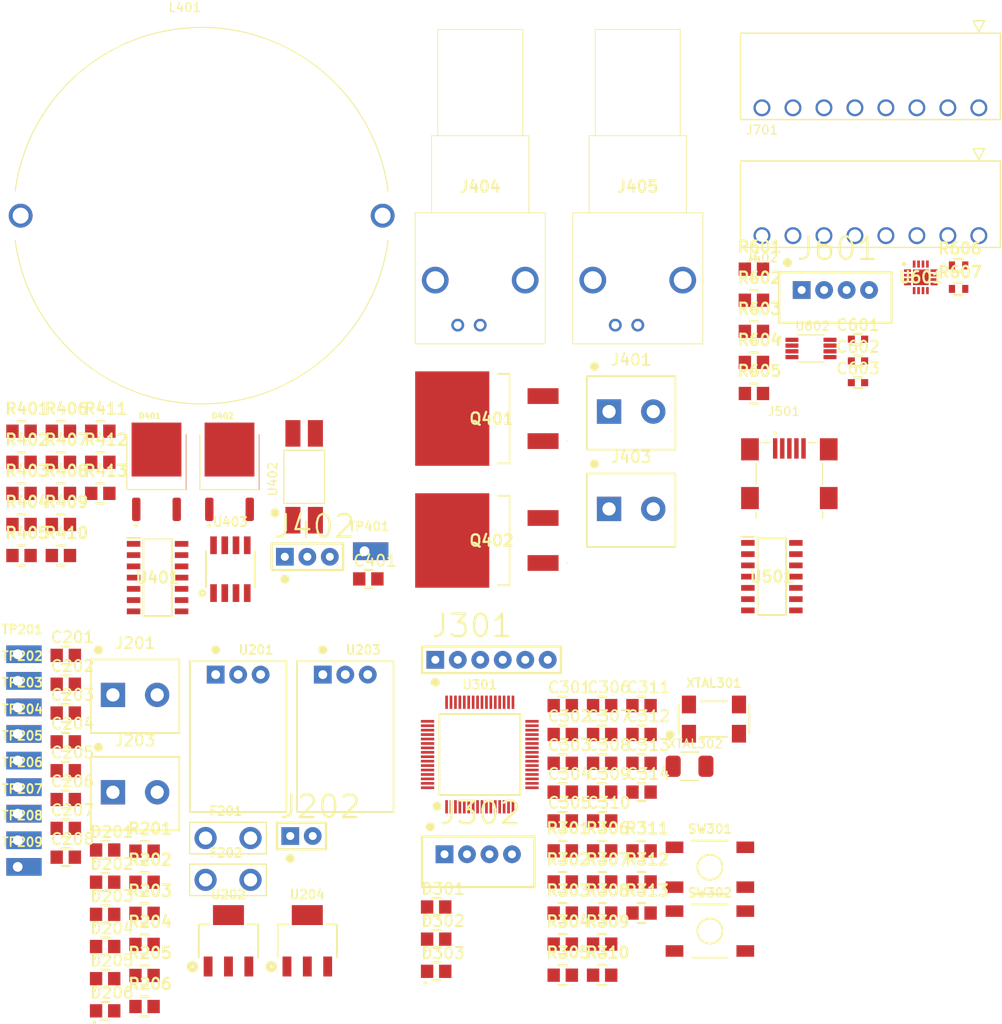
<source format=kicad_pcb>
(kicad_pcb (version 20240108) (generator "pcbnew") (generator_version "8.0")
  (layers (0 "F.Cu" signal) (31 "B.Cu" signal) (34 "B.Paste" user) (35 "F.Paste" user) (36 "B.SilkS" user "B.Silkscreen") (37 "F.SilkS" user "F.Silkscreen") (38 "B.Mask" user) (39 "F.Mask" user) (44 "Edge.Cuts" user))
  (net 0 "")
  (net 1 "DGND")
  (net 2 "5V")
  (net 3 "VDD")
  (net 4 "Net-(C302-Pad2)")
  (net 5 "Net-(U301-PC14-OSC32_IN)")
  (net 6 "/VBat")
  (net 7 "Net-(C305-Pad2)")
  (net 8 "Net-(U301-PH0-OSC_IN)")
  (net 9 "/MCU/USER_BTN")
  (net 10 "/NRST")
  (net 11 "Net-(U301-VCAP_1)")
  (net 12 "Net-(D201-Anode)")
  (net 13 "Net-(D202-Anode)")
  (net 14 "Net-(D203-Anode)")
  (net 15 "/PA5")
  (net 16 "Net-(D301-Cathode)")
  (net 17 "/PA6")
  (net 18 "Net-(D302-Cathode)")
  (net 19 "Net-(D303-Cathode)")
  (net 20 "/PA7")
  (net 21 "5VB")
  (net 22 "/MCU/SWCLK")
  (net 23 "/MCU/SWDIO")
  (net 24 "/MCU/SWO")
  (net 25 "Net-(J302-Pad3)")
  (net 26 "Net-(J302-Pad2)")
  (net 27 "HV")
  (net 28 "Net-(U301-BOOT0)")
  (net 29 "Net-(U301-PC15-OSC32_OUT)")
  (net 30 "Net-(U301-PH1-OSC_OUT)")
  (net 31 "Net-(R304-Pad1)")
  (net 32 "Net-(R305-Pad1)")
  (net 33 "/MCU/USART2_RX")
  (net 34 "/MCU/USART2_TX")
  (net 39 "/PC12")
  (net 40 "/PC0")
  (net 41 "/PB2")
  (net 42 "/PB8")
  (net 43 "/PC10")
  (net 44 "/PB13")
  (net 45 "/PA4")
  (net 46 "/PC4")
  (net 47 "/PC8")
  (net 48 "/PA0")
  (net 49 "/PC7")
  (net 50 "/PB4")
  (net 51 "/PA9")
  (net 52 "/PC5")
  (net 53 "/PA11")
  (net 54 "/PB14")
  (net 55 "/PA15")
  (net 56 "/PB15")
  (net 57 "/PB6")
  (net 58 "/PC2")
  (net 59 "/PC6")
  (net 60 "/PC9")
  (net 61 "/PA1")
  (net 62 "/PB1")
  (net 63 "/PC11")
  (net 64 "/PC1")
  (net 65 "/PB12")
  (net 66 "/PC3")
  (net 67 "/PB10")
  (net 68 "/PB9")
  (net 69 "/PA8")
  (net 70 "/PD2")
  (net 71 "/PB5")
  (net 72 "/PA10")
  (net 73 "/PA12")
  (net 74 "/PB0")
  (net 75 "/PB7")
  (net 76 "/HV/current_sense")
  (net 77 "/HV/boost_output")
  (net 89 "GNDA")
  (net 90 "GNDB")
  (net 91 "3.3VA")
  (net 92 "5VA")
  (net 93 "3.3VB")
  (net 94 "12VA")
  (net 95 "/HV/ext_HV")
  (net 96 "Net-(J501-D-)")
  (net 97 "Net-(J501-D+)")
  (net 98 "Net-(Q402-S)")
  (net 99 "Net-(Q402-G)")
  (net 100 "Net-(Q401-G)")
  (net 101 "/HV/boost_gate")
  (net 102 "/HV/pulse_gate")
  (net 105 "Net-(Q401-D)")
  (net 106 "/5V_LOGIC_I2C/decap")
  (net 109 "Net-(U601-AIN0{slash}GPIO0)")
  (net 110 "Net-(U601-AIN5{slash}GPIO5)")
  (net 111 "Net-(U601-AIN3{slash}GPIO3)")
  (net 112 "Net-(U601-AIN4{slash}GPIO4)")
  (net 113 "Net-(U601-AIN2{slash}GPIO2)")
  (net 114 "Net-(U601-AIN6{slash}GPIO6)")
  (net 115 "Net-(U601-AIN1{slash}GPIO1)")
  (net 116 "Net-(U601-AIN7{slash}GPIO7)")
  (net 117 "Net-(U601-ADDR)")
  (net 127 "Net-(D204-Anode)")
  (net 128 "Net-(D205-Anode)")
  (net 129 "Net-(D206-Anode)")
  (net 130 "12VB")
  (net 131 "/HV/V_amp")
  (net 132 "/HV/e-")
  (net 133 "/5V_LOGIC_I2C/SCL")
  (net 134 "/5V_LOGIC_I2C/SDA")
  (net 135 "Net-(U402-E)")
  (net 136 "Net-(U402-Cathode)")
  (net 137 "Net-(R410-Pad1)")
  (net 138 "Net-(R412-Pad1)")
  (net 139 "/5V_LOGIC_I2C/SCL_5")
  (net 140 "/5V_LOGIC_I2C/SDA_5")
  (net 141 "Net-(U602-EN)")
  (net 142 "/5V_LOGIC_I2C/SCL_3_3")
  (net 143 "/5V_LOGIC_I2C/SDA_3_3")
  (net 144 "Net-(TP202-TP)")
  (net 145 "Net-(TP207-TP)")
  (net 146 "Net-(R403-Pad1)")
  (net 147 "Net-(R404-Pad1)")
  (net 148 "Net-(R405-Pad1)")
  (net 149 "Net-(R411-Pad1)")
  (footprint "Diodes:LED_0805_GREEN" (layer "F.Cu") (at 83.825 139.12432)
    (property "Reference" "D205" (at 1.79 -2.05 0) (layer "F.SilkS") (effects (font (size 1.27 1.27) (thickness 0.2032))))
    (property "Value" "150080VS75000" (hide yes))
    (pad "1" smd rect (at 0 0) (size 1.4 1.5) (layers "F.Cu" "F.Paste" "F.Mask") (net 90 "GNDB"))
    (pad "2" smd rect (at 2.05 0) (size 1.4 1.5) (layers "F.Cu" "F.Paste" "F.Mask") (net 128 "Net-(D205-Anode)"))
  )
  (footprint "Capacitors:C0805" (layer "F.Cu") (at 135.525 118.064)
    (property "Reference" "C304" (at 1.79 -2.05 0) (layer "F.SilkS") (effects (font (size 1.27 1.27) (thickness 0.2032))))
    (property "Value" "885012107015" (hide yes))
    (pad "1" smd rect (at 0 0) (size 1.4 1.5) (layers "F.Cu" "F.Paste" "F.Mask") (net 1 "DGND"))
    (pad "2" smd rect (at 2.05 0) (size 1.4 1.5) (layers "F.Cu" "F.Paste" "F.Mask") (net 6 "/VBat"))
  )
  (footprint "Resistors:R0805" (layer "F.Cu") (at 139.975 131.715)
    (property "Reference" "R308" (at 1.651 -2.54 0) (layer "F.SilkS") (effects (font (size 1.27 1.27) (thickness 0.254))))
    (property "Value" "RC0805JR-07470RL" (hide yes))
    (pad "1" smd rect (at 0 0) (size 1.4 1.5) (layers "F.Cu" "F.Paste" "F.Mask") (net 25 "Net-(J302-Pad3)"))
    (pad "2" smd rect (at 2.05 0) (size 1.4 1.5) (layers "F.Cu" "F.Paste" "F.Mask") (net 33 "/MCU/USART2_RX"))
  )
  (footprint "Connectors:CONN8_2350514-8_TEC" (layer "F.Cu") (at 183.559402 40.8248)
    (property "Reference" "J701" (at -24.5 2.5 0) (layer "F.SilkS"))
    (property "Value" "2350514-8")
    (pad "1" thru_hole circle (at 0 0) (size 1.905 1.905) (drill 1.397) (layers "*.Cu" "*.Mask"))
    (pad "2" thru_hole circle (at -3.499999 0) (size 1.905 1.905) (drill 1.397) (layers "*.Cu" "*.Mask"))
    (pad "3" thru_hole circle (at -7.000002 0) (size 1.905 1.905) (drill 1.397) (layers "*.Cu" "*.Mask"))
    (pad "4" thru_hole circle (at -10.500003 0) (size 1.905 1.905) (drill 1.397) (layers "*.Cu" "*.Mask"))
    (pad "5" thru_hole circle (at -14.000003 0) (size 1.905 1.905) (drill 1.397) (layers "*.Cu" "*.Mask"))
    (pad "6" thru_hole circle (at -17.500004 0) (size 1.905 1.905) (drill 1.397) (layers "*.Cu" "*.Mask"))
    (pad "7" thru_hole circle (at -21.000005 0) (size 1.905 1.905) (drill 1.397) (layers "*.Cu" "*.Mask"))
    (pad "8" thru_hole circle (at -24.500005 0) (size 1.905 1.905) (drill 1.397) (layers "*.Cu" "*.Mask"))
  )
  (footprint "Connectors:Headers_2.54mm_1X3" (layer "F.Cu") (at 105.152 91.502)
    (property "Reference" "J402" (at 3.37 -3.44 0) (layer "F.SilkS") (effects (font (size 2.54 2.54) (thickness 0.254))))
    (property "Value" "Header_Male_Pin_2.54mm_1X3_,_Unshrouded" (hide yes))
    (pad "1" thru_hole rect (at 0 0) (size 2 2) (drill 0.9) (layers "*.Cu" "*.Mask") (net 77 "/HV/boost_output"))
    (pad "2" thru_hole circle (at 2.54 0) (size 2 2) (drill 0.9) (layers "*.Cu" "*.Mask") (net 27 "HV"))
    (pad "3" thru_hole circle (at 5.08 0) (size 2 2) (drill 0.9) (layers "*.Cu" "*.Mask") (net 95 "/HV/ext_HV"))
  )
  (footprint "Resistors:R0805" (layer "F.Cu") (at 88.275 131.745)
    (property "Reference" "R203" (at 1.651 -2.54 0) (layer "F.SilkS") (effects (font (size 1.27 1.27) (thickness 0.254))))
    (property "Value" "RC0805JR-072K2L" (hide yes))
    (pad "1" smd rect (at 0 0) (size 1.4 1.5) (layers "F.Cu" "F.Paste" "F.Mask") (net 14 "Net-(D203-Anode)"))
    (pad "2" smd rect (at 2.05 0) (size 1.4 1.5) (layers "F.Cu" "F.Paste" "F.Mask") (net 91 "3.3VA"))
  )
  (footprint "Connectors:Headers_2.54mm_1X2" (layer "F.Cu") (at 105.762 123.022)
    (property "Reference" "J202" (at 3.38 -3.3 0) (layer "F.SilkS") (effects (font (size 2.54 2.54) (thickness 0.254))))
    (property "Value" "Header_Male_Pin_2.54mm_1X2_,_Unshrouded" (hide yes))
    (pad "1" thru_hole rect (at 0 0) (size 2 2) (drill 0.9) (layers "*.Cu" "*.Mask") (net 93 "3.3VB"))
    (pad "2" thru_hole circle (at 2.54 0) (size 2 2) (drill 0.9) (layers "*.Cu" "*.Mask") (net 3 "VDD"))
  )
  (footprint "Resistors:R0805" (layer "F.Cu") (at 88.275 128.237)
    (property "Reference" "R202" (at 1.651 -2.54 0) (layer "F.SilkS") (effects (font (size 1.27 1.27) (thickness 0.254))))
    (property "Value" "RC0805FR-075K6L" (hide yes))
    (pad "1" smd rect (at 0 0) (size 1.4 1.5) (layers "F.Cu" "F.Paste" "F.Mask") (net 13 "Net-(D202-Anode)"))
    (pad "2" smd rect (at 2.05 0) (size 1.4 1.5) (layers "F.Cu" "F.Paste" "F.Mask") (net 92 "5VA"))
  )
  (footprint "Resistors:R0805" (layer "F.Cu") (at 157.125 73.071)
    (property "Reference" "R605" (at 1.651 -2.54 0) (layer "F.SilkS") (effects (font (size 1.27 1.27) (thickness 0.254))))
    (property "Value" "RC0805JR-071KL" (hide yes))
    (pad "1" smd rect (at 0 0) (size 1.4 1.5) (layers "F.Cu" "F.Paste" "F.Mask") (net 93 "3.3VB"))
    (pad "2" smd rect (at 2.05 0) (size 1.4 1.5) (layers "F.Cu" "F.Paste" "F.Mask") (net 141 "Net-(U602-EN)"))
  )
  (footprint "Connectors:Keystone_5001" (layer "F.Cu") (at 74.975 102.505)
    (property "Reference" "TP201" (at 0.508 -2.794 0) (layer "F.SilkS") (effects (font (thickness 0.2032))))
    (property "Value" "Test_Point_THM" (hide yes))
    (pad "1" thru_hole rect (at 0 0) (size 4 2) (drill 1.1 (offset 0.7 0)) (layers "*.Cu" "*.Mask") (net 91 "3.3VA"))
  )
  (footprint "Switches:PTS645_6X6X4_SMD" (layer "F.Cu") (at 153.175 133.7498)
    (property "Reference" "SW302" (at 0 -4.318 0) (layer "F.SilkS") (effects (font (thickness 0.2032))))
    (property "Value" "PTS645SM43SMTR92" (hide yes))
    (pad "1" smd rect (at -4 -2.25) (size 2 1.3) (layers "F.Cu" "F.Paste" "F.Mask"))
    (pad "2" smd rect (at 4 -2.25) (size 2 1.3) (layers "F.Cu" "F.Paste" "F.Mask") (net 32 "Net-(R305-Pad1)"))
    (pad "3" smd rect (at -4 2.25) (size 2 1.3) (layers "F.Cu" "F.Paste" "F.Mask") (net 1 "DGND"))
    (pad "4" smd rect (at 4 2.25) (size 2 1.3) (layers "F.Cu" "F.Paste" "F.Mask"))
  )
  (footprint "Resistors:R0805" (layer "F.Cu") (at 78.825 80.837)
    (property "Reference" "R407" (at 1.651 -2.54 0) (layer "F.SilkS") (effects (font (size 1.27 1.27) (thickness 0.254))))
    (property "Value" "RC0805JR-07330RL" (hide yes))
    (pad "1" smd rect (at 0 0) (size 1.4 1.5) (layers "F.Cu" "F.Paste" "F.Mask") (net 135 "Net-(U402-E)"))
    (pad "2" smd rect (at 2.05 0) (size 1.4 1.5) (layers "F.Cu" "F.Paste" "F.Mask") (net 99 "Net-(Q402-G)"))
  )
  (footprint "Resistors:R0805" (layer "F.Cu") (at 139.975 128.207)
    (property "Reference" "R307" (at 1.651 -2.54 0) (layer "F.SilkS") (effects (font (size 1.27 1.27) (thickness 0.254))))
    (property "Value" "RC0805JR-07150RL" (hide yes))
    (pad "1" smd rect (at 0 0) (size 1.4 1.5) (layers "F.Cu" "F.Paste" "F.Mask") (net 32 "Net-(R305-Pad1)"))
    (pad "2" smd rect (at 2.05 0) (size 1.4 1.5) (layers "F.Cu" "F.Paste" "F.Mask") (net 10 "/NRST"))
  )
  (footprint "Capacitors:C0805" (layer "F.Cu") (at 135.525 111.556)
    (property "Reference" "C302" (at 1.79 -2.05 0) (layer "F.SilkS") (effects (font (size 1.27 1.27) (thickness 0.2032))))
    (property "Value" "885012007027" (hide yes))
    (pad "1" smd rect (at 0 0) (size 1.4 1.5) (layers "F.Cu" "F.Paste" "F.Mask") (net 1 "DGND"))
    (pad "2" smd rect (at 2.05 0) (size 1.4 1.5) (layers "F.Cu" "F.Paste" "F.Mask") (net 4 "Net-(C302-Pad2)"))
  )
  (footprint "Resistors:R0805" (layer "F.Cu") (at 83.275 84.345)
    (property "Reference" "R413" (at 1.651 -2.54 0) (layer "F.SilkS") (effects (font (size 1.27 1.27) (thickness 0.254))))
    (property "Value" "RC0805FR-07200KL" (hide yes))
    (pad "1" smd rect (at 0 0) (size 1.4 1.5) (layers "F.Cu" "F.Paste" "F.Mask") (net 89 "GNDA"))
    (pad "2" smd rect (at 2.05 0) (size 1.4 1.5) (layers "F.Cu" "F.Paste" "F.Mask") (net 149 "Net-(R411-Pad1)"))
  )
  (footprint "Resistors:R0805" (layer "F.Cu") (at 78.825 77.329)
    (property "Reference" "R406" (at 1.651 -2.54 0) (layer "F.SilkS") (effects (font (size 1.27 1.27) (thickness 0.254))))
    (property "Value" "RC0805FR-07200KL" (hide yes))
    (pad "1" smd rect (at 0 0) (size 1.4 1.5) (layers "F.Cu" "F.Paste" "F.Mask") (net 89 "GNDA"))
    (pad "2" smd rect (at 2.05 0) (size 1.4 1.5) (layers "F.Cu" "F.Paste" "F.Mask") (net 146 "Net-(R403-Pad1)"))
  )
  (footprint "Connectors:1935161" (layer "F.Cu") (at 144.2766 75.113)
    (property "Reference" "J401" (at 0 -5.842 0) (layer "F.SilkS") (effects (font (size 1.27 1.27) (thickness 0.2032))))
    (property "Value" "1935161" (hide yes))
    (pad "1" thru_hole rect (at -2.5 0) (size 2.75 2.75) (drill 1.5) (layers "*.Cu" "*.Mask") (net 89 "GNDA"))
    (pad "2" thru_hole circle (at 2.5 0) (size 2.75 2.75) (drill 1.5) (layers "*.Cu" "*.Mask") (net 95 "/HV/ext_HV"))
  )
  (footprint "Assembly:OKI-78SR_Horizontal" (layer "F.Cu") (at 99.8766 104.803)
    (property "Reference" "U201" (at 2.032 -2.794 0) (layer "F.SilkS") (effects (font (thickness 0.2032))))
    (property "Value" "OKI-78SR-5_1.5-W36H-C" (hide yes))
    (pad "1" thru_hole rect (at -2.54 0) (size 2 2) (drill 1) (layers "*.Cu" "*.Mask") (net 144 "Net-(TP202-TP)"))
    (pad "2" thru_hole circle (at 0 0) (size 2 2) (drill 1) (layers "*.Cu" "*.Mask") (net 89 "GNDA"))
    (pad "3" thru_hole circle (at 2.54 0) (size 2 2) (drill 1) (layers "*.Cu" "*.Mask") (net 92 "5VA"))
  )
  (footprint "Resistors:R0805" (layer "F.Cu") (at 83.275 80.837)
    (property "Reference" "R412" (at 1.651 -2.54 0) (layer "F.SilkS") (effects (font (size 1.27 1.27) (thickness 0.254))))
    (property "Value" "RC0805FR-075K6L" (hide yes))
    (pad "1" smd rect (at 0 0) (size 1.4 1.5) (layers "F.Cu" "F.Paste" "F.Mask") (net 138 "Net-(R412-Pad1)"))
    (pad "2" smd rect (at 2.05 0) (size 1.4 1.5) (layers "F.Cu" "F.Paste" "F.Mask") (net 137 "Net-(R410-Pad1)"))
  )
  (footprint "Connectors:1935161" (layer "F.Cu") (at 88.2266 118.0826)
    (property "Reference" "J203" (at 0 -5.842 0) (layer "F.SilkS") (effects (font (size 1.27 1.27) (thickness 0.2032))))
    (property "Value" "1935161" (hide yes))
    (pad "1" thru_hole rect (at -2.5 0) (size 2.75 2.75) (drill 1.5) (layers "*.Cu" "*.Mask") (net 90 "GNDB"))
    (pad "2" thru_hole circle (at 2.5 0) (size 2.75 2.75) (drill 1.5) (layers "*.Cu" "*.Mask") (net 130 "12VB"))
  )
  (footprint "Switches:PTS645_6X6X4_SMD" (layer "F.Cu") (at 153.175 126.5466)
    (property "Reference" "SW301" (at 0 -4.318 0) (layer "F.SilkS") (effects (font (thickness 0.2032))))
    (property "Value" "PTS645SM43SMTR92" (hide yes))
    (pad "1" smd rect (at -4 -2.25) (size 2 1.3) (layers "F.Cu" "F.Paste" "F.Mask"))
    (pad "2" smd rect (at 4 -2.25) (size 2 1.3) (layers "F.Cu" "F.Paste" "F.Mask") (net 31 "Net-(R304-Pad1)"))
    (pad "3" smd rect (at -4 2.25) (size 2 1.3) (layers "F.Cu" "F.Paste" "F.Mask") (net 1 "DGND"))
    (pad "4" smd rect (at 4 2.25) (size 2 1.3) (layers "F.Cu" "F.Paste" "F.Mask"))
  )
  (footprint "Resistors:R0805" (layer "F.Cu") (at 157.125 69.563)
    (property "Reference" "R604" (at 1.651 -2.54 0) (layer "F.SilkS") (effects (font (size 1.27 1.27) (thickness 0.254))))
    (property "Value" "RC0805JR-074K7L" (hide yes))
    (pad "1" smd rect (at 0 0) (size 1.4 1.5) (layers "F.Cu" "F.Paste" "F.Mask") (net 143 "/5V_LOGIC_I2C/SDA_3_3"))
    (pad "2" smd rect (at 2.05 0) (size 1.4 1.5) (layers "F.Cu" "F.Paste" "F.Mask") (net 93 "3.3VB"))
  )
  (footprint "IC:4-SMD" (layer "F.Cu") (at 107.335 82.475)
    (property "Reference" "U402" (at -3.556 0.254 90) (layer "F.SilkS"))
    (property "Value" "LTV-816S" (hide yes))
    (pad "1" smd rect (at -1.27 4.9) (size 1.7 3) (layers "F.Cu" "F.Paste" "F.Mask") (net 102 "/HV/pulse_gate"))
    (pad "2" smd rect (at 1.27 4.9) (size 1.7 3) (layers "F.Cu" "F.Paste" "F.Mask") (net 136 "Net-(U402-Cathode)"))
    (pad "3" smd rect (at 1.27 -4.9) (size 1.7 3) (layers "F.Cu" "F.Paste" "F.Mask") (net 135 "Net-(U402-E)"))
    (pad "4" smd rect (at -1.27 -4.9) (size 1.7 3) (layers "F.Cu" "F.Paste" "F.Mask") (net 91 "3.3VA"))
  )
  (footprint "Resistors:R0805" (layer "F.Cu") (at 74.375 77.329)
    (property "Reference" "R401" (at 1.651 -2.54 0) (layer "F.SilkS") (effects (font (size 1.27 1.27) (thickness 0.254))))
    (property "Value" "RC0805JR-07330RL" (hide yes))
    (pad "1" smd rect (at 0 0) (size 1.4 1.5) (layers "F.Cu" "F.Paste" "F.Mask") (net 101 "/HV/boost_gate"))
    (pad "2" smd rect (at 2.05 0) (size 1.4 1.5) (layers "F.Cu" "F.Paste" "F.Mask") (net 100 "Net-(Q401-G)"))
  )
  (footprint "Resistors:R0805" (layer "F.Cu") (at 157.125 62.547)
    (property "Reference" "R602" (at 1.651 -2.54 0) (layer "F.SilkS") (effects (font (size 1.27 1.27) (thickness 0.254))))
    (property "Value" "RC0805JR-074K7L" (hide yes))
    (pad "1" smd rect (at 0 0) (size 1.4 1.5) (layers "F.Cu" "F.Paste" "F.Mask") (net 140 "/5V_LOGIC_I2C/SDA_5"))
    (pad "2" smd rect (at 2.05 0) (size 1.4 1.5) (layers "F.Cu" "F.Paste" "F.Mask") (net 21 "5VB"))
  )
  (footprint "Capacitors:C0805" (layer "F.Cu") (at 113.555 94.002)
    (property "Reference" "C401" (at 1.79 -2.05 0) (layer "F.SilkS") (effects (font (size 1.27 1.27) (thickness 0.2032))))
    (property "Value" "885012207098" (hide yes))
    (pad "1" smd rect (at 0 0) (size 1.4 1.5) (layers "F.Cu" "F.Paste" "F.Mask") (net 89 "GNDA"))
    (pad "2" smd rect (at 2.05 0) (size 1.4 1.5) (layers "F.Cu" "F.Paste" "F.Mask") (net 91 "3.3VA"))
  )
  (footprint "Resistors:R0603" (layer "F.Cu") (at 180.525 61.266)
    (property "Reference" "R607" (at 0.9 -1.9 0) (layer "F.SilkS") (effects (font (size 1.27 1.27) (thickness 0.254))))
    (property "Value" "RC0805JR-070RL" (hide yes))
    (pad "1" smd rect (at 0 0) (size 0.7 0.9) (layers "F.Cu" "F.Paste" "F.Mask") (net 117 "Net-(U601-ADDR)"))
    (pad "2" smd rect (at 1.5 0) (size 0.7 0.9) (layers "F.Cu" "F.Paste" "F.Mask") (net 90 "GNDB"))
  )
  (footprint "Capacitors:C0805" (layer "F.Cu") (at 79.375 102.632)
    (property "Reference" "C201" (at 1.79 -2.05 0) (layer "F.SilkS") (effects (font (size 1.27 1.27) (thickness 0.2032))))
    (property "Value" "885012107005" (hide yes))
    (pad "1" smd rect (at 0 0) (size 1.4 1.5) (layers "F.Cu" "F.Paste" "F.Mask") (net 89 "GNDA"))
    (pad "2" smd rect (at 2.05 0) (size 1.4 1.5) (layers "F.Cu" "F.Paste" "F.Mask") (net 91 "3.3VA"))
  )
  (footprint "Capacitors:C0805" (layer "F.Cu") (at 144.425 111.556)
    (property "Reference" "C312" (at 1.79 -2.05 0) (layer "F.SilkS") (effects (font (size 1.27 1.27) (thickness 0.2032))))
    (property "Value" "885012107018" (hide yes))
    (pad "1" smd rect (at 0 0) (size 1.4 1.5) (layers "F.Cu" "F.Paste" "F.Mask") (net 1 "DGND"))
    (pad "2" smd rect (at 2.05 0) (size 1.4 1.5) (layers "F.Cu" "F.Paste" "F.Mask") (net 11 "Net-(U301-VCAP_1)"))
  )
  (footprint "Resistors:R0805" (layer "F.Cu") (at 144.425 131.715)
    (property "Reference" "R313" (at 1.651 -2.54 0) (layer "F.SilkS") (effects (font (size 1.27 1.27) (thickness 0.254))))
    (property "Value" "RC0805JR-072K2L" (hide yes))
    (pad "1" smd rect (at 0 0) (size 1.4 1.5) (layers "F.Cu" "F.Paste" "F.Mask") (net 1 "DGND"))
    (pad "2" smd rect (at 2.05 0) (size 1.4 1.5) (layers "F.Cu" "F.Paste" "F.Mask") (net 33 "/MCU/USART2_RX"))
  )
  (footprint "Resistors:R0805" (layer "F.Cu") (at 83.275 77.329)
    (property "Reference" "R411" (at 1.651 -2.54 0) (layer "F.SilkS") (effects (font (size 1.27 1.27) (thickness 0.254))))
    (property "Value" "RMCF0805FT10M0" (hide yes))
    (pad "1" smd rect (at 0 0) (size 1.4 1.5) (layers "F.Cu" "F.Paste" "F.Mask") (net 149 "Net-(R411-Pad1)"))
    (pad "2" smd rect (at 2.05 0) (size 1.4 1.5) (layers "F.Cu" "F.Paste" "F.Mask") (net 132 "/HV/e-"))
  )
  (footprint "Capacitors:C0603" (layer "F.Cu") (at 169.155 69.396)
    (property "Reference" "C602" (at 0.75 -1.6 0) (layer "F.SilkS") (effects (font (size 1.27 1.27) (thickness 0.2032))))
    (property "Value" "885012107015")
    (pad "1" smd rect (at 0 0) (size 0.8 0.8) (layers "F.Cu" "F.Paste" "F.Mask") (net 90 "GNDB"))
    (pad "2" smd rect (at 1.5 0) (size 0.8 0.8) (layers "F.Cu" "F.Paste" "F.Mask") (net 21 "5VB"))
  )
  (footprint "IC:SOT-223-3" (layer "F.Cu") (at 98.781215 134.85)
    (property "Reference" "U202" (at 0 -5.23 0) (layer "F.SilkS") (effects (font (thickness 0.2032))))
    (property "Value" "AZ1117IH-3.3TRG1" (hide yes))
    (pad "1" smd rect (at -2.3 2.9) (size 1 2.25) (layers "F.Cu" "F.Paste" "F.Mask") (net 89 "GNDA"))
    (pad "2" smd rect (at 0 2.9) (size 1 2.25) (layers "F.Cu" "F.Paste" "F.Mask") (net 91 "3.3VA"))
    (pad "3" smd rect (at 2.3 2.9) (size 1 2.25) (layers "F.Cu" "F.Paste" "F.Mask") (net 92 "5VA"))
    (pad "4" smd rect (at 0 -2.9) (size 3.5 2.25) (layers "F.Cu" "F.Paste" "F.Mask") (net 91 "3.3VA"))
  )
  (footprint "Capacitors:C0805" (layer "F.Cu") (at 144.425 114.81)
    (property "Reference" "C313" (at 1.79 -2.05 0) (layer "F.SilkS") (effects (font (size 1.27 1.27) (thickness 0.2032))))
    (property "Value" "885012207098" (hide yes))
    (pad "1" smd rect (at 0 0) (size 1.4 1.5) (layers "F.Cu" "F.Paste" "F.Mask") (net 3 "VDD"))
    (pad "2" smd rect (at 2.05 0) (size 1.4 1.5) (layers "F.Cu" "F.Paste" "F.Mask") (net 1 "DGND"))
  )
  (footprint "Diodes:LED_0805_GREEN" (layer "F.Cu") (at 121.225 131.032)
    (property "Reference" "D301" (at 1.79 -2.05 0) (layer "F.SilkS") (effects (font (size 1.27 1.27) (thickness 0.2032))))
    (property "Value" "150080VS75000" (hide yes))
    (pad "1" smd rect (at 0 0) (size 1.4 1.5) (layers "F.Cu" "F.Paste" "F.Mask") (net 16 "Net-(D301-Cathode)"))
    (pad "2" smd rect (at 2.05 0) (size 1.4 1.5) (layers "F.Cu" "F.Paste" "F.Mask") (net 15 "/PA5"))
  )
  (footprint "Capacitors:C0805" (layer "F.Cu") (at 79.375 115.648)
    (property "Reference" "C205" (at 1.79 -2.05 0) (layer "F.SilkS") (effects (font (size 1.27 1.27) (thickness 0.2032))))
    (property "Value" "885012107005" (hide yes))
    (pad "1" smd rect (at 0 0) (size 1.4 1.5) (layers "F.Cu" "F.Paste" "F.Mask") (net 90 "GNDB"))
    (pad "2" smd rect (at 2.05 0) (size 1.4 1.5) (layers "F.Cu" "F.Paste" "F.Mask") (net 93 "3.3VB"))
  )
  (footprint "Capacitors:C0805" (layer "F.Cu") (at 144.425 118.064)
    (property "Reference" "C314" (at 1.79 -2.05 0) (layer "F.SilkS") (effects (font (size 1.27 1.27) (thickness 0.2032))))
    (property "Value" "885012207098" (hide yes))
    (pad "1" smd rect (at 0 0) (size 1.4 1.5) (layers "F.Cu" "F.Paste" "F.Mask") (net 3 "VDD"))
    (pad "2" smd rect (at 2.05 0) (size 1.4 1.5) (layers "F.Cu" "F.Paste" "F.Mask") (net 1 "DGND"))
  )
  (footprint "Capacitors:C0603" (layer "F.Cu") (at 169.155 71.85)
    (property "Reference" "C603" (at 0.75 -1.6 0) (layer "F.SilkS") (effects (font (size 1.27 1.27) (thickness 0.2032))))
    (property "Value" "885012107015")
    (pad "1" smd rect (at 0 0) (size 0.8 0.8) (layers "F.Cu" "F.Paste" "F.Mask") (net 90 "GNDB"))
    (pad "2" smd rect (at 1.5 0) (size 0.8 0.8) (layers "F.Cu" "F.Paste" "F.Mask") (net 106 "/5V_LOGIC_I2C/decap"))
  )
  (footprint "Resistors:R0805" (layer "F.Cu") (at 78.825 87.853)
    (property "Reference" "R409" (at 1.651 -2.54 0) (layer "F.SilkS") (effects (font (size 1.27 1.27) (thickness 0.254))))
    (property "Value" "RC0805JR-071KL" (hide yes))
    (pad "1" smd rect (at 0 0) (size 1.4 1.5) (layers "F.Cu" "F.Paste" "F.Mask") (net 89 "GNDA"))
    (pad "2" smd rect (at 2.05 0) (size 1.4 1.5) (layers "F.Cu" "F.Paste" "F.Mask") (net 135 "Net-(U402-E)"))
  )
  (footprint "Resistors:R0805" (layer "F.Cu") (at 74.375 84.345)
    (property "Reference" "R403" (at 1.651 -2.54 0) (layer "F.SilkS") (effects (font (size 1.27 1.27) (thickness 0.254))))
    (property "Value" "RMCF0805FT10M0" (hide yes))
    (pad "1" smd rect (at 0 0) (size 1.4 1.5) (layers "F.Cu" "F.Paste" "F.Mask") (net 146 "Net-(R403-Pad1)"))
    (pad "2" smd rect (at 2.05 0) (size 1.4 1.5) (layers "F.Cu" "F.Paste" "F.Mask") (net 27 "HV"))
  )
  (footprint "Resistors:R0805" (layer "F.Cu") (at 135.525 131.715)
    (property "Reference" "R303" (at 1.651 -2.54 0) (layer "F.SilkS") (effects (font (size 1.27 1.27) (thickness 0.254))))
    (property "Value" "RC0805JR-070RL" (hide yes))
    (pad "1" smd rect (at 0 0) (size 1.4 1.5) (layers "F.Cu" "F.Paste" "F.Mask") (net 30 "Net-(U301-PH1-OSC_OUT)"))
    (pad "2" smd rect (at 2.05 0) (size 1.4 1.5) (layers "F.Cu" "F.Paste" "F.Mask") (net 7 "Net-(C305-Pad2)"))
  )
  (footprint "Resistors:R0805" (layer "F.Cu") (at 139.975 138.731)
    (property "Reference" "R310" (at 1.651 -2.54 0) (layer "F.SilkS") (effects (font (size 1.27 1.27) (thickness 0.254))))
    (property "Value" "RC0805JR-072K2L" (hide yes))
    (pad "1" smd rect (at 0 0) (size 1.4 1.5) (layers "F.Cu" "F.Paste" "F.Mask") (net 1 "DGND"))
    (pad "2" smd rect (at 2.05 0) (size 1.4 1.5) (layers "F.Cu" "F.Paste" "F.Mask") (net 16 "Net-(D301-Cathode)"))
  )
  (footprint "Capacitors:C0805" (layer "F.Cu") (at 135.525 108.302)
    (property "Reference" "C301" (at 1.79 -2.05 0) (layer "F.SilkS") (effects (font (size 1.27 1.27) (thickness 0.2032))))
    (property "Value" "885012207098" (hide yes))
    (pad "1" smd rect (at 0 0) (size 1.4 1.5) (layers "F.Cu" "F.Paste" "F.Mask") (net 1 "DGND"))
    (pad "2" smd rect (at 2.05 0) (size 1.4 1.5) (layers "F.Cu" "F.Paste" "F.Mask") (net 3 "VDD"))
  )
  (footprint "Connectors:Headers_2.54mm_1X6" (layer "F.Cu") (at 122.152 103.132)
    (property "Reference" "J301" (at 4.14 -3.84 0) (layer "F.SilkS") (effects (font (size 2.54 2.54) (thickness 0.254))))
    (property "Value" "Header_Male_Pin_2.54mm_1X6_,_Unshrouded" (hide yes))
    (pad "1" thru_hole rect (at 0 0) (size 2 2) (drill 0.9) (layers "*.Cu" "*.Mask") (net 3 "VDD"))
    (pad "2" thru_hole circle (at 2.54 0) (size 2 2) (drill 0.9) (layers "*.Cu" "*.Mask") (net 22 "/MCU/SWCLK"))
    (pad "3" thru_hole circle (at 5.08 0) (size 2 2) (drill 0.9) (layers "*.Cu" "*.Mask") (net 1 "DGND"))
    (pad "4" thru_hole circle (at 7.62 0) (size 2 2) (drill 0.9) (layers "*.Cu" "*.Mask") (net 23 "/MCU/SWDIO"))
    (pad "5" thru_hole circle (at 10.16 0) (size 2 2) (drill 0.9) (layers "*.Cu" "*.Mask") (net 10 "/NRST"))
    (pad "6" thru_hole circle (at 12.7 0) (size 2 2) (drill 0.9) (layers "*.Cu" "*.Mask") (net 24 "/MCU/SWO"))
  )
  (footprint "Capacitors:C0805" (layer "F.Cu") (at 139.975 121.318)
    (property "Reference" "C310" (at 1.79 -2.05 0) (layer "F.SilkS") (effects (font (size 1.27 1.27) (thickness 0.2032))))
    (property "Value" "885012207098" (hide yes))
    (pad "1" smd rect (at 0 0) (size 1.4 1.5) (layers "F.Cu" "F.Paste" "F.Mask") (net 9 "/MCU/USER_BTN"))
    (pad "2" smd rect (at 2.05 0) (size 1.4 1.5) (layers "F.Cu" "F.Paste" "F.Mask") (net 1 "DGND"))
  )
  (footprint "Capacitors:C0805" (layer "F.Cu") (at 135.525 114.81)
    (property "Reference" "C303" (at 1.79 -2.05 0) (layer "F.SilkS") (effects (font (size 1.27 1.27) (thickness 0.2032))))
    (property "Value" "885012007027" (hide yes))
    (pad "1" smd rect (at 0 0) (size 1.4 1.5) (layers "F.Cu" "F.Paste" "F.Mask") (net 5 "Net-(U301-PC14-OSC32_IN)"))
    (pad "2" smd rect (at 2.05 0) (size 1.4 1.5) (layers "F.Cu" "F.Paste" "F.Mask") (net 1 "DGND"))
  )
  (footprint "Capacitors:C0805" (layer "F.Cu") (at 79.375 125.41)
    (property "Reference" "C208" (at 1.79 -2.05 0) (layer "F.SilkS") (effects (font (size 1.27 1.27) (thickness 0.2032))))
    (property "Value" "885012107014" (hide yes))
    (pad "1" smd rect (at 0 0) (size 1.4 1.5) (layers "F.Cu" "F.Paste" "F.Mask") (net 90 "GNDB"))
    (pad "2" smd rect (at 2.05 0) (size 1.4 1.5) (layers "F.Cu" "F.Paste" "F.Mask") (net 21 "5VB"))
  )
  (footprint "Capacitors:C0603" (layer "F.Cu") (at 169.155 66.942)
    (property "Reference" "C601" (at 0.75 -1.6 0) (layer "F.SilkS") (effects (font (size 1.27 1.27) (thickness 0.2032))))
    (property "Value" "885012107015")
    (pad "1" smd rect (at 0 0) (size 0.8 0.8) (layers "F.Cu" "F.Paste" "F.Mask") (net 90 "GNDB"))
    (pad "2" smd rect (at 1.5 0) (size 0.8 0.8) (layers "F.Cu" "F.Paste" "F.Mask") (net 21 "5VB"))
  )
  (footprint "Connectors:1935161" (layer "F.Cu") (at 88.2266 107.093)
    (property "Reference" "J201" (at 0 -5.842 0) (layer "F.SilkS") (effects (font (size 1.27 1.27) (thickness 0.2032))))
    (property "Value" "1935161" (hide yes))
    (pad "1" thru_hole rect (at -2.5 0) (size 2.75 2.75) (drill 1.5) (layers "*.Cu" "*.Mask") (net 89 "GNDA"))
    (pad "2" thru_hole circle (at 2.5 0) (size 2.75 2.75) (drill 1.5) (layers "*.Cu" "*.Mask") (net 94 "12VA"))
  )
  (footprint "Resistors:R0805" (layer "F.Cu") (at 135.525 128.207)
    (property "Reference" "R302" (at 1.651 -2.54 0) (layer "F.SilkS") (effects (font (size 1.27 1.27) (thickness 0.254))))
    (property "Value" "RC0805JR-070RL" (hide yes))
    (pad "1" smd rect (at 0 0) (size 1.4 1.5) (layers "F.Cu" "F.Paste" "F.Mask") (net 29 "Net-(U301-PC15-OSC32_OUT)"))
    (pad "2" smd rect (at 2.05 0) (size 1.4 1.5) (layers "F.Cu" "F.Paste" "F.Mask") (net 4 "Net-(C302-Pad2)"))
  )
  (footprint "Resistors:R0805" (layer "F.Cu") (at 139.975 135.223)
    (property "Reference" "R309" (at 1.651 -2.54 0) (layer "F.SilkS") (effects (font (size 1.27 1.27) (thickness 0.254))))
    (property "Value" "RC0805JR-07470RL" (hide yes))
    (pad "1" smd rect (at 0 0) (size 1.4 1.5) (layers "F.Cu" "F.Paste" "F.Mask") (net 26 "Net-(J302-Pad2)"))
    (pad "2" smd rect (at 2.05 0) (size 1.4 1.5) (layers "F.Cu" "F.Paste" "F.Mask") (net 34 "/MCU/USART2_TX"))
  )
  (footprint "Connectors:Keystone_5001" (layer "F.Cu") (at 74.975 114.505)
    (property "Reference" "TP205" (at 0.508 -2.794 0) (layer "F.SilkS") (effects (font (thickness 0.2032))))
    (property "Value" "Test_Point_THM" (hide yes))
    (pad "1" thru_hole rect (at 0 0) (size 4 2) (drill 1.1 (offset 0.7 0)) (layers "*.Cu" "*.Mask") (net 93 "3.3VB"))
  )
  (footprint "Resistors:R0805" (layer "F.Cu") (at 88.275 138.761)
    (property "Reference" "R205" (at 1.651 -2.54 0) (layer "F.SilkS") (effects (font (size 1.27 1.27) (thickness 0.254))))
    (property "Value" "RC0805FR-075K6L" (hide yes))
    (pad "1" smd rect (at 0 0) (size 1.4 1.5) (layers "F.Cu" "F.Paste" "F.Mask") (net 128 "Net-(D205-Anode)"))
    (pad "2" smd rect (at 2.05 0) (size 1.4 1.5) (layers "F.Cu" "F.Paste" "F.Mask") (net 21 "5VB"))
  )
  (footprint "IC:SOIC127P600X175-14N" (layer "F.Cu") (at 90.775 93.855)
    (property "Reference" "U401" (at 0 0 0) (layer "F.SilkS") (effects (font (size 1.27 1.27) (thickness 0.254))))
    (property "Value" "MCP6L04T-E/SL" (hide yes))
    (pad "1" smd rect (at -2.712 -3.81 90) (size 0.65 1.525) (layers "F.Cu" "F.Paste" "F.Mask") (net 148 "Net-(R405-Pad1)"))
    (pad "2" smd rect (at -2.712 -2.54 90) (size 0.65 1.525) (layers "F.Cu" "F.Paste" "F.Mask") (net 148 "Net-(R405-Pad1)"))
    (pad "3" smd rect (at -2.712 -1.27 90) (size 0.65 1.525) (layers "F.Cu" "F.Paste" "F.Mask") (net 146 "Net-(R403-Pad1)"))
    (pad "4" smd rect (at -2.712 0 90) (size 0.65 1.525) (layers "F.Cu" "F.Paste" "F.Mask") (net 91 "3.3VA"))
    (pad "5" smd rect (at -2.712 1.27 90) (size 0.65 1.525) (layers "F.Cu" "F.Paste" "F.Mask") (net 149 "Net-(R411-Pad1)"))
    (pad "6" smd rect (at -2.712 2.54 90) (size 0.65 1.525) (layers "F.Cu" "F.Paste" "F.Mask") (net 138 "Net-(R412-Pad1)"))
    (pad "7" smd rect (at -2.712 3.81 90) (size 0.65 1.525) (layers "F.Cu" "F.Paste" "F.Mask") (net 138 "Net-(R412-Pad1)"))
    (pad "8" smd rect (at 2.712 3.81 90) (size 0.65 1.525) (layers "F.Cu" "F.Paste" "F.Mask") (net 131 "/HV/V_amp"))
    (pad "9" smd rect (at 2.712 2.54 90) (size 0.65 1.525) (layers "F.Cu" "F.Paste" "F.Mask") (net 137 "Net-(R410-Pad1)"))
    (pad "10" smd rect (at 2.712 1.27 90) (size 0.65 1.525) (layers "F.Cu" "F.Paste" "F.Mask") (net 147 "Net-(R404-Pad1)"))
    (pad "11" smd rect (at 2.712 0 90) (size 0.65 1.525) (layers "F.Cu" "F.Paste" "F.Mask") (net 89 "GNDA"))
    (pad "12" smd rect (at 2.712 -1.27 90) (size 0.65 1.525) (layers "F.Cu" "F.Paste" "F.Mask"))
    (pad "13" smd rect (at 2.712 -2.54 90) (size 0.65 1.525) (layers "F.Cu" "F.Paste" "F.Mask"))
    (pad "14" smd rect (at 2.712 -3.81 90) (size 0.65 1.525) (layers "F.Cu" "F.Paste" "F.Mask"))
  )
  (footprint "Capacitors:C0805" (layer "F.Cu") (at 79.375 122.156)
    (property "Reference" "C207" (at 1.79 -2.05 0) (layer "F.SilkS") (effects (font (size 1.27 1.27) (thickness 0.2032))))
    (property "Value" "885012107018" (hide yes))
    (pad "1" smd rect (at 0 0) (size 1.4 1.5) (layers "F.Cu" "F.Paste" "F.Mask") (net 90 "GNDB"))
    (pad "2" smd rect (at 2.05 0) (size 1.4 1.5) (layers "F.Cu" "F.Paste" "F.Mask") (net 21 "5VB"))
  )
  (footprint "Fuses:TE5_395" (layer "F.Cu") (at 98.733 127.969)
    (property "Reference" "F202" (at -0.254 -3.048 0) (layer "F.SilkS") (effects (font (thickness 0.2032))))
    (property "Value" "39511000440" (hide yes))
    (pad "1" thru_hole circle (at -2.54 0) (size 2.5 2.5) (drill 1.5) (layers "*.Cu" "*.Mask") (net 130 "12VB"))
    (pad "2" thru_hole circle (at 2.54 0) (size 2.5 2.5) (drill 1.5) (layers "*.Cu" "*.Mask") (net 145 "Net-(TP207-TP)"))
  )
  (footprint "Diodes:DPAK228P1005X240-4N" (layer "F.Cu") (at 90.65 81.91)
    (property "Reference" "D401" (at -0.768 -6.3064 0) (layer "F.SilkS") (effects (font (size 0.64 0.64))))
    (property "Value" "SBRD10200TR")
    (pad "1" smd roundrect (at -2.286 4.24 90) (size 2.64 0.95) (layers "F.Cu" "F.Paste" "F.Mask") (net 105 "Net-(Q401-D)"))
    (pad "2" smd rect (at 0 -2.51 90) (size 6.09 5.63) (layers "F.Cu" "F.Mask") (net 77 "/HV/boost_output"))
    (pad "3" smd roundrect (at 2.286 4.24 90) (size 2.64 0.95) (layers "F.Cu" "F.Paste" "F.Mask") (net 105 "Net-(Q401-D)"))
  )
  (footprint "Resistors:R0805" (layer "F.Cu") (at 74.375 80.837)
    (property "Reference" "R402" (at 1.651 -2.54 0) (layer "F.SilkS") (effects (font (size 1.27 1.27) (thickness 0.254))))
    (property "Value" "RC0805JR-071KL" (hide yes))
    (pad "1" smd rect (at 0 0) (size 1.4 1.5) (layers "F.Cu" "F.Paste" "F.Mask") (net 89 "GNDA"))
    (pad "2" smd rect (at 2.05 0) (size 1.4 1.5) (layers "F.Cu" "F.Paste" "F.Mask") (net 101 "/HV/boost_gate"))
  )
  (footprint "Resistors:R0805" (layer "F.Cu") (at 78.825 84.345)
    (property "Reference" "R408" (at 1.651 -2.54 0) (layer "F.SilkS") (effects (font (size 1.27 1.27) (thickness 0.254))))
    (property "Value" "RC0805JR-071KL" (hide yes))
    (pad "1" smd rect (at 0 0) (size 1.4 1.5) (layers "F.Cu" "F.Paste" "F.Mask") (net 90 "GNDB"))
    (pad "2" smd rect (at 2.05 0) (size 1.4 1.5) (layers "F.Cu" "F.Paste" "F.Mask") (net 136 "Net-(U402-Cathode)"))
  )
  (footprint "Inductors:IND_ATCA-08-471M-H" (layer "F.Cu") (at 95.75 53)
    (property "Reference" "L401" (at -1.905 -23.495 0) (layer "F.SilkS"))
    (property "Value" "ATCA-08-471M-H")
    (pad "1" thru_hole circle (at -20.45 0) (size 2.7 2.7) (drill 1.8) (layers "*.Cu" "*.Mask") (net 94 "12VA"))
    (pad "2" thru_hole circle (at 20.45 0) (size 2.7 2.7) (drill 1.8) (layers "*.Cu" "*.Mask") (net 105 "Net-(Q401-D)"))
  )
  (footprint "Capacitors:C0805" (layer "F.Cu") (at 135.525 121.318)
    (property "Reference" "C305" (at 1.79 -2.05 0) (layer "F.SilkS") (effects (font (size 1.27 1.27) (thickness 0.2032))))
    (property "Value" "885012007053" (hide yes))
    (pad "1" smd rect (at 0 0) (size 1.4 1.5) (layers "F.Cu" "F.Paste" "F.Mask") (net 1 "DGND"))
    (pad "2" smd rect (at 2.05 0) (size 1.4 1.5) (layers "F.Cu" "F.Paste" "F.Mask") (net 7 "Net-(C305-Pad2)"))
  )
  (footprint "Connectors:Keystone_5001" (layer "F.Cu") (at 114.155 90.875)
    (property "Reference" "TP401" (at 0.508 -2.794 0) (layer "F.SilkS") (effects (font (thickness 0.2032))))
    (property "Value" "Test_Point_THM" (hide yes))
    (pad "1" thru_hole rect (at 0 0) (size 4 2) (drill 1.1 (offset 0.7 0)) (layers "*.Cu" "*.Mask") (net 77 "/HV/boost_output"))
  )
  (footprint "Capacitors:C0805" (layer "F.Cu") (at 139.975 108.302)
    (property "Reference" "C306" (at 1.79 -2.05 0) (layer "F.SilkS") (effects (font (size 1.27 1.27) (thickness 0.2032))))
    (property "Value" "885012007053" (hide yes))
    (pad "1" smd rect (at 0 0) (size 1.4 1.5) (layers "F.Cu" "F.Paste" "F.Mask") (net 8 "Net-(U301-PH0-OSC_IN)"))
    (pad "2" smd rect (at 2.05 0) (size 1.4 1.5) (layers "F.Cu" "F.Paste" "F.Mask") (net 1 "DGND"))
  )
  (footprint "Diodes:LED_0805_GREEN" (layer "F.Cu") (at 83.825 124.602)
    (property "Reference" "D201" (at 1.79 -2.05 0) (layer "F.SilkS") (effects (font (size 1.27 1.27) (thickness 0.2032))))
    (property "Value" "150080VS75000" (hide yes))
    (pad "1" smd rect (at 0 0) (size 1.4 1.5) (layers "F.Cu" "F.Paste" "F.Mask") (net 89 "GNDA"))
    (pad "2" smd rect (at 2.05 0) (size 1.4 1.5) (layers "F.Cu" "F.Paste" "F.Mask") (net 12 "Net-(D201-Anode)"))
  )
  (footprint "Connectors:Keystone_5001" (layer "F.Cu") (at 74.975 105.505)
    (property "Reference" "TP202" (at 0.508 -2.794 0) (layer "F.SilkS") (effects (font (thickness 0.2032))))
    (property "Value" "Test_Point_THM" (hide yes))
    (pad "1" thru_hole rect (at 0 0) (size 4 2) (drill 1.1 (offset 0.7 0)) (layers "*.Cu" "*.Mask") (net 144 "Net-(TP202-TP)"))
  )
  (footprint "Connectors:Keystone_5001" (layer "F.Cu") (at 74.975 111.505)
    (property "Reference" "TP204" (at 0.508 -2.794 0) (layer "F.SilkS") (effects (font (thickness 0.2032))))
    (property "Value" "Test_Point_THM" (hide yes))
    (pad "1" thru_hole rect (at 0 0) (size 4 2) (drill 1.1 (offset 0.7 0)) (layers "*.Cu" "*.Mask") (net 89 "GNDA"))
  )
  (footprint "Capacitors:C0805" (layer "F.Cu") (at 139.975 111.556)
    (property "Reference" "C307" (at 1.79 -2.05 0) (layer "F.SilkS") (effects (font (size 1.27 1.27) (thickness 0.2032))))
    (property "Value" "885012207098" (hide yes))
    (pad "1" smd rect (at 0 0) (size 1.4 1.5) (layers "F.Cu" "F.Paste" "F.Mask") (net 3 "VDD"))
    (pad "2" smd rect (at 2.05 0) (size 1.4 1.5) (layers "F.Cu" "F.Paste" "F.Mask") (net 1 "DGND"))
  )
  (footprint "IC:SOP65P490X110-8N" (layer "F.Cu") (at 164.595 67.99)
    (property "Reference" "U602" (at 0.175 -2.535 0) (layer "F.SilkS"))
    (property "Value" "TCA9617BDGKR")
    (pad "1" smd roundrect (at -2.15 -0.975) (size 1.47 0.48) (layers "F.Cu" "F.Paste" "F.Mask") (roundrect_rratio 0.125) (net 93 "3.3VB"))
    (pad "2" smd roundrect (at -2.15 -0.325) (size 1.47 0.48) (layers "F.Cu" "F.Paste" "F.Mask") (roundrect_rratio 0.125) (net 142 "/5V_LOGIC_I2C/SCL_3_3"))
    (pad "3" smd roundrect (at -2.15 0.325) (size 1.47 0.48) (layers "F.Cu" "F.Paste" "F.Mask") (roundrect_rratio 0.125) (net 143 "/5V_LOGIC_I2C/SDA_3_3"))
    (pad "4" smd roundrect (at -2.15 0.975) (size 1.47 0.48) (layers "F.Cu" "F.Paste" "F.Mask") (roundrect_rratio 0.125) (net 90 "GNDB"))
    (pad "5" smd roundrect (at 2.15 0.975) (size 1.47 0.48) (layers "F.Cu" "F.Paste" "F.Mask") (roundrect_rratio 0.125) (net 141 "Net-(U602-EN)"))
    (pad "6" smd roundrect (at 2.15 0.325) (size 1.47 0.48) (layers "F.Cu" "F.Paste" "F.Mask") (roundrect_rratio 0.125) (net 140 "/5V_LOGIC_I2C/SDA_5"))
    (pad "7" smd roundrect (at 2.15 -0.325) (size 1.47 0.48) (layers "F.Cu" "F.Paste" "F.Mask") (roundrect_rratio 0.125) (net 139 "/5V_LOGIC_I2C/SCL_5"))
    (pad "8" smd roundrect (at 2.15 -0.975) (size 1.47 0.48) (layers "F.Cu" "F.Paste" "F.Mask") (roundrect_rratio 0.125) (net 21 "5VB"))
  )
  (footprint "IC:SOIC127P600X175-14N" (layer "F.Cu") (at 160.175 93.745)
    (property "Reference" "U501" (at 0 0 0) (layer "F.SilkS") (effects (font (size 1.27 1.27) (thickness 0.254))))
    (property "Value" "MCP2221A-I_SL" (hide yes))
    (pad "1" smd rect (at -2.712 -3.81 90) (size 0.65 1.525) (layers "F.Cu" "F.Paste" "F.Mask"))
    (pad "2" smd rect (at -2.712 -2.54 90) (size 0.65 1.525) (layers "F.Cu" "F.Paste" "F.Mask"))
    (pad "3" smd rect (at -2.712 -1.27 90) (size 0.65 1.525) (layers "F.Cu" "F.Paste" "F.Mask"))
    (pad "4" smd rect (at -2.712 0 90) (size 0.65 1.525) (layers "F.Cu" "F.Paste" "F.Mask"))
    (pad "5" smd rect (at -2.712 1.27 90) (size 0.65 1.525) (layers "F.Cu" "F.Paste" "F.Mask"))
    (pad "6" smd rect (at -2.712 2.54 90) (size 0.65 1.525) (layers "F.Cu" "F.Paste" "F.Mask"))
    (pad "7" smd rect (at -2.712 3.81 90) (size 0.65 1.525) (layers "F.Cu" "F.Paste" "F.Mask"))
    (pad "8" smd rect (at 2.712 3.81 90) (size 0.65 1.525) (layers "F.Cu" "F.Paste" "F.Mask"))
    (pad "9" smd rect (at 2.712 2.54 90) (size 0.65 1.525) (layers "F.Cu" "F.Paste" "F.Mask"))
    (pad "10" smd rect (at 2.712 1.27 90) (size 0.65 1.525) (layers "F.Cu" "F.Paste" "F.Mask"))
    (pad "11" smd rect (at 2.712 0 90) (size 0.65 1.525) (layers "F.Cu" "F.Paste" "F.Mask"))
    (pad "12" smd rect (at 2.712 -1.27 90) (size 0.65 1.525) (layers "F.Cu" "F.Paste" "F.Mask") (net 96 "Net-(J501-D-)"))
    (pad "13" smd rect (at 2.712 -2.54 90) (size 0.65 1.525) (layers "F.Cu" "F.Paste" "F.Mask") (net 97 "Net-(J501-D+)"))
    (pad "14" smd rect (at 2.712 -3.81 90) (size 0.65 1.525) (layers "F.Cu" "F.Paste" "F.Mask") (net 90 "GNDB"))
  )
  (footprint "Connectors:XH-4A" (layer "F.Cu") (at 163.542 61.3918)
    (property "Reference" "J601" (at 4.0386 -4.6736 0) (layer "F.SilkS") (effects (font (size 2.54 2.54) (thickness 0.254))))
    (property "Value" "XH-4A connector" (hide yes))
    (pad "1" thru_hole rect (at 0 0) (size 2 2) (drill 0.9) (layers "*.Cu" "*.Mask") (net 90 "GNDB"))
    (pad "2" thru_hole circle (at 2.54 0) (size 2 2) (drill 0.9) (layers "*.Cu" "*.Mask") (net 134 "/5V_LOGIC_I2C/SDA"))
    (pad "3" thru_hole circle (at 5.08 0) (size 2 2) (drill 0.9) (layers "*.Cu" "*.Mask") (net 133 "/5V_LOGIC_I2C/SCL"))
    (pad "4" thru_hole circle (at 7.62 0) (size 2 2) (drill 0.9) (layers "*.Cu" "*.Mask") (net 21 "5VB"))
  )
  (footprint "Connectors:1935161" (layer "F.Cu") (at 144.2766 86.1026)
    (property "Reference" "J403" (at 0 -5.842 0) (layer "F.SilkS") (effects (font (size 1.27 1.27) (thickness 0.2032))))
    (property "Value" "1935161" (hide yes))
    (pad "1" thru_hole rect (at -2.5 0) (size 2.75 2.75) (drill 1.5) (layers "*.Cu" "*.Mask") (net 132 "/HV/e-"))
    (pad "2" thru_hole circle (at 2.5 0) (size 2.75 2.75) (drill 1.5) (layers "*.Cu" "*.Mask") (net 27 "HV"))
  )
  (footprint "IC:MCB90N12ATP" (layer "F.Cu") (at 126.09 75.905)
    (property "Reference" "Q401" (at 2.412 0 0) (layer "F.SilkS") (effects (font (size 1.27 1.27) (thickness 0.254))))
    (property "Value" "MCB90N12A-TP" (hide yes))
    (pad "1" smd rect (at 8.235 2.54 90) (size 1.78 3.5) (layers "F.Cu" "F.Paste" "F.Mask") (net 100 "Net-(Q401-G)"))
    (pad "2" smd rect (at -2.025 0) (size 8.38 10.66) (layers "F.Cu" "F.Paste" "F.Mask") (net 105 "Net-(Q401-D)"))
    (pad "3" smd rect (at 8.235 -2.54 90) (size 1.78 3.5) (layers "F.Cu" "F.Paste" "F.Mask") (net 89 "GNDA"))
  )
  (footprint "Resistors:R0805" (layer "F.Cu") (at 74.375 91.361)
    (property "Reference" "R405" (at 1.651 -2.54 0) (layer "F.SilkS") (effects (font (size 1.27 1.27) (thickness 0.254))))
    (property "Value" "RC0805FR-075K6L" (hide yes))
    (pad "1" smd rect (at 0 0) (size 1.4 1.5) (layers "F.Cu" "F.Paste" "F.Mask") (net 148 "Net-(R405-Pad1)"))
    (pad "2" smd rect (at 2.05 0) (size 1.4 1.5) (layers "F.Cu" "F.Paste" "F.Mask") (net 147 "Net-(R404-Pad1)"))
  )
  (footprint "Capacitors:C0805" (layer "F.Cu") (at 79.375 112.394)
    (property "Reference" "C204" (at 1.79 -2.05 0) (layer "F.SilkS") (effects (font (size 1.27 1.27) (thickness 0.2032))))
    (property "Value" "885012107014" (hide yes))
    (pad "1" smd rect (at 0 0) (size 1.4 1.5) (layers "F.Cu" "F.Paste" "F.Mask") (net 89 "GNDA"))
    (pad "2" smd rect (at 2.05 0) (size 1.4 1.5) (layers "F.Cu" "F.Paste" "F.Mask") (net 92 "5VA"))
  )
  (footprint "Resistors:R0805" (layer "F.Cu") (at 88.275 135.253)
    (property "Reference" "R204" (at 1.651 -2.54 0) (layer "F.SilkS") (effects (font (size 1.27 1.27) (thickness 0.254))))
    (property "Value" "RC0805JR-0733KL" (hide yes))
    (pad "1" smd rect (at 0 0) (size 1.4 1.5) (layers "F.Cu" "F.Paste" "F.Mask") (net 127 "Net-(D204-Anode)"))
    (pad "2" smd rect (at 2.05 0) (size 1.4 1.5) (layers "F.Cu" "F.Paste" "F.Mask") (net 145 "Net-(TP207-TP)"))
  )
  (footprint "IC:LQFP-64" (layer "F.Cu") (at 127.175 113.825)
    (property "Reference" "U301" (at 0 -7.874 0) (layer "F.SilkS") (effects (font (thickness 0.1778))))
    (property "Value" "STM32F446RE" (hide yes))
    (pad "1" smd rect (at -3.75 5.9) (size 0.3 1.5) (layers "F.Cu" "F.Paste" "F.Mask") (net 6 "/VBat"))
    (pad "2" smd rect (at -3.25 5.9) (size 0.3 1.5) (layers "F.Cu" "F.Paste" "F.Mask") (net 9 "/MCU/USER_BTN"))
    (pad "3" smd rect (at -2.75 5.9) (size 0.3 1.5) (layers "F.Cu" "F.Paste" "F.Mask") (net 5 "Net-(U301-PC14-OSC32_IN)"))
    (pad "4" smd rect (at -2.25 5.9) (size 0.3 1.5) (layers "F.Cu" "F.Paste" "F.Mask") (net 29 "Net-(U301-PC15-OSC32_OUT)"))
    (pad "5" smd rect (at -1.75 5.9) (size 0.3 1.5) (layers "F.Cu" "F.Paste" "F.Mask") (net 8 "Net-(U301-PH0-OSC_IN)"))
    (pad "6" smd rect (at -1.25 5.9) (size 0.3 1.5) (layers "F.Cu" "F.Paste" "F.Mask") (net 30 "Net-(U301-PH1-OSC_OUT)"))
    (pad "7" smd rect (at -0.75 5.9) (size 0.3 1.5) (layers "F.Cu" "F.Paste" "F.Mask") (net 10 "/NRST"))
    (pad "8" smd rect (at -0.25 5.9) (size 0.3 1.5) (layers "F.Cu" "F.Paste" "F.Mask") (net 40 "/PC0"))
    (pad "9" smd rect (at 0.25 5.9) (size 0.3 1.5) (layers "F.Cu" "F.Paste" "F.Mask") (net 64 "/PC1"))
    (pad "10" smd rect (at 0.75 5.9) (size 0.3 1.5) (layers "F.Cu" "F.Paste" "F.Mask") (net 58 "/PC2"))
    (pad "11" smd rect (at 1.25 5.9) (size 0.3 1.5) (layers "F.Cu" "F.Paste" "F.Mask") (net 66 "/PC3"))
    (pad "12" smd rect (at 1.75 5.9) (size 0.3 1.5) (layers "F.Cu" "F.Paste" "F.Mask") (net 1 "DGND"))
    (pad "13" smd rect (at 2.25 5.9) (size 0.3 1.5) (layers "F.Cu" "F.Paste" "F.Mask") (net 3 "VDD"))
    (pad "14" smd rect (at 2.75 5.9) (size 0.3 1.5) (layers "F.Cu" "F.Paste" "F.Mask") (net 48 "/PA0"))
    (pad "15" smd rect (at 3.25 5.9) (size 0.3 1.5) (layers "F.Cu" "F.Paste" "F.Mask") (net 61 "/PA1"))
    (pad "16" smd rect (at 3.75 5.9) (size 0.3 1.5) (layers "F.Cu" "F.Paste" "F.Mask") (net 34 "/MCU/USART2_TX"))
    (pad "17" smd rect (at 5.9 3.75) (size 1.5 0.3) (layers "F.Cu" "F.Paste" "F.Mask") (net 33 "/MCU/USART2_RX"))
    (pad "18" smd rect (at 5.9 3.25) (size 1.5 0.3) (layers "F.Cu" "F.Paste" "F.Mask") (net 1 "DGND"))
    (pad "19" smd rect (at 5.9 2.75) (size 1.5 0.3) (layers "F.Cu" "F.Paste" "F.Mask") (net 3 "VDD"))
    (pad "20" smd rect (at 5.9 2.25) (size 1.5 0.3) (layers "F.Cu" "F.Paste" "F.Mask") (net 45 "/PA4"))
    (pad "21" smd rect (at 5.9 1.75) (size 1.5 0.3) (layers "F.Cu" "F.Paste" "F.Mask") (net 15 "/PA5"))
    (pad "22" smd rect (at 5.9 1.25) (size 1.5 0.3) (layers "F.Cu" "F.Paste" "F.Mask") (net 17 "/PA6"))
    (pad "23" smd rect (at 5.9 0.75) (size 1.5 0.3) (layers "F.Cu" "F.Paste" "F.Mask") (net 20 "/PA7"))
    (pad "24" smd rect (at 5.9 0.25) (size 1.5 0.3) (layers "F.Cu" "F.Paste" "F.Mask") (net 46 "/PC4"))
    (pad "25" smd rect (at 5.9 -0.25) (size 1.5 0.3) (layers "F.Cu" "F.Paste" "F.Mask") (net 52 "/PC5"))
    (pad "26" smd rect (at 5.9 -0.75) (size 1.5 0.3) (layers "F.Cu" "F.Paste" "F.Mask") (net 74 "/PB0"))
    (pad "27" smd rect (at 5.9 -1.25) (size 1.5 0.3) (layers "F.Cu" "F.Paste" "F.Mask") (net 62 "/PB1"))
    (pad "28" smd rect (at 5.9 -1.75) (size 1.5 0.3) (layers "F.Cu" "F.Paste" "F.Mask") (net 41 "/PB2"))
    (pad "29" smd rect (at 5.9 -2.25) (size 1.5 0.3) (layers "F.Cu" "F.Paste" "F.Mask") (net 67 "/PB10"))
    (pad "30" smd rect (at 5.9 -2.75) (size 1.5 0.3) (layers "F.Cu" "F.Paste" "F.Mask") (net 11 "Net-(U301-VCAP_1)"))
    (pad "31" smd rect (at 5.9 -3.25) (size 1.5 0.3) (layers "F.Cu" "F.Paste" "F.Mask") (net 1 "DGND"))
    (pad "32" smd rect (at 5.9 -3.75) (size 1.5 0.3) (layers "F.Cu" "F.Paste" "F.Mask") (net 3 "VDD"))
    (pad "33" smd rect (at 3.75 -5.9) (size 0.3 1.5) (layers "F.Cu" "F.Paste" "F.Mask") (net 65 "/PB12"))
    (pad "34" smd rect (at 3.25 -5.9) (size 0.3 1.5) (layers "F.Cu" "F.Paste" "F.Mask") (net 44 "/PB13"))
    (pad "35" smd rect (at 2.75 -5.9) (size 0.3 1.5) (layers "F.Cu" "F.Paste" "F.Mask") (net 54 "/PB14"))
    (pad "36" smd rect (at 2.25 -5.9) (size 0.3 1.5) (layers "F.Cu" "F.Paste" "F.Mask") (net 56 "/PB15"))
    (pad "37" smd rect (at 1.75 -5.9) (size 0.3 1.5) (layers "F.Cu" "F.Paste" "F.Mask") (net 59 "/PC6"))
    (pad "38" smd rect (at 1.25 -5.9) (size 0.3 1.5) (layers "F.Cu" "F.Paste" "F.Mask") (net 49 "/PC7"))
    (pad "39" smd rect (at 0.75 -5.9) (size 0.3 1.5) (layers "F.Cu" "F.Paste" "F.Mask") (net 47 "/PC8"))
    (pad "40" smd rect (at 0.25 -5.9) (size 0.3 1.5) (layers "F.Cu" "F.Paste" "F.Mask") (net 60 "/PC9"))
    (pad "41" smd rect (at -0.25 -5.9) (size 0.3 1.5) (layers "F.Cu" "F.Paste" "F.Mask") (net 69 "/PA8"))
    (pad "42" smd rect (at -0.75 -5.9) (size 0.3 1.5) (layers "F.Cu" "F.Paste" "F.Mask") (net 51 "/PA9"))
    (pad "43" smd rect (at -1.25 -5.9) (size 0.3 1.5) (layers "F.Cu" "F.Paste" "F.Mask") (net 72 "/PA10"))
    (pad "44" smd rect (at -1.75 -5.9) (size 0.3 1.5) (layers "F.Cu" "F.Paste" "F.Mask") (net 53 "/PA11"))
    (pad "45" smd rect (at -2.25 -5.9) (size 0.3 1.5) (layers "F.Cu" "F.Paste" "F.Mask") (net 73 "/PA12"))
    (pad "46" smd rect (at -2.75 -5.9) (size 0.3 1.5) (layers "F.Cu" "F.Paste" "F.Mask") (net 23 "/MCU/SWDIO"))
    (pad "47" smd rect (at -3.25 -5.9) (size 0.3 1.5) (layers "F.Cu" "F.Paste" "F.Mask") (net 1 "DGND"))
    (pad "48" smd rect (at -3.75 -5.9) (size 0.3 1.5) (layers "F.Cu" "F.Paste" "F.Mask") (net 3 "VDD"))
    (pad "49" smd rect (at -5.9 -3.75) (size 1.5 0.3) (layers "F.Cu" "F.Paste" "F.Mask") (net 22 "/MCU/SWCLK"))
    (pad "50" smd rect (at -5.9 -3.25) (size 1.5 0.3) (layers "F.Cu" "F.Paste" "F.Mask") (net 55 "/PA15"))
    (pad "51" smd rect (at -5.9 -2.75) (size 1.5 0.3) (layers "F.Cu" "F.Paste" "F.Mask") (net 43 "/PC10"))
    (pad "52" smd rect (at -5.9 -2.25) (size 1.5 0.3) (layers "F.Cu" "F.Paste" "F.Mask") (net 63 "/PC11"))
    (pad "53" smd rect (at -5.9 -1.75) (size 1.5 0.3) (layers "F.Cu" "F.Paste" "F.Mask") (net 39 "/PC12"))
    (pad "54" smd rect (at -5.9 -1.25) (size 1.5 0.3) (layers "F.Cu" "F.Paste" "F.Mask") (net 70 "/PD2"))
    (pad "55" smd rect (at -5.9 -0.75) (size 1.5 0.3) (layers "F.Cu" "F.Paste" "F.Mask") (net 24 "/MCU/SWO"))
    (pad "56" smd rect (at -5.9 -0.25) (size 1.5 0.3) (layers "F.Cu" "F.Paste" "F.Mask") (net 50 "/PB4"))
    (pad "57" smd rect (at -5.9 0.25) (size 1.5 0.3) (layers "F.Cu" "F.Paste" "F.Mask") (net 71 "/PB5"))
    (pad "58" smd rect (at -5.9 0.75) (size 1.5 0.3) (layers "F.Cu" "F.Paste" "F.Mask") (net 57 "/PB6"))
    (pad "59" smd rect (at -5.9 1.25) (size 1.5 0.3) (layers "F.Cu" "F.Paste" "F.Mask") (net 75 "/PB7"))
    (pad "60" smd rect (at -5.9 1.75) (size 1.5 0.3) (layers "F.Cu" "F.Paste" "F.Mask") (net 28 "Net-(U301-BOOT0)"))
    (pad "61" smd rect (at -5.9 2.25) (size 1.5 0.3) (layers "F.Cu" "F.Paste" "F.Mask") (net 42 "/PB8"))
    (pad "62" smd rect (at -5.9 2.75) (size 1.5 0.3) (layers "F.Cu" "F.Paste" "F.Mask") (net 68 "/PB9"))
    (pad "63" smd rect (at -5.9 3.25) (size 1.5 0.3) (layers "F.Cu" "F.Paste" "F.Mask") (net 1 "DGND"))
    (pad "64" smd rect (at -5.9 3.75) (size 1.5 0.3) (layers "F.Cu" "F.Paste" "F.Mask") (net 3 "VDD"))
  )
  (footprint "IC:SOIC-8" (layer "F.Cu") (at 98.998178 92.905)
    (property "Reference" "U403" (at 0 -5.33 0) (layer "F.SilkS") (effects (font (thickness 0.2032))))
    (property "Value" "TMCS1108A4UQDR" (hide yes))
    (pad "1" smd rect (at -1.905 2.7) (size 0.75 2) (layers "F.Cu" "F.Paste" "F.Mask") (net 98 "Net-(Q402-S)"))
    (pad "2" smd rect (at -0.635 2.7) (size 0.75 2) (layers "F.Cu" "F.Paste" "F.Mask") (net 98 "Net-(Q402-S)"))
    (pad "3" smd rect (at 0.635 2.7) (size 0.75 2) (layers "F.Cu" "F.Paste" "F.Mask") (net 89 "GNDA"))
    (pad "4" smd rect (at 1.905 2.7) (size 0.75 2) (layers "F.Cu" "F.Paste" "F.Mask") (net 89 "GNDA"))
    (pad "5" smd rect (at 1.905 -2.7) (size 0.75 2) (layers "F.Cu" "F.Paste" "F.Mask") (net 89 "GNDA"))
    (pad "6" smd rect (at 0.635 -2.7) (size 0.75 2) (layers "F.Cu" "F.Paste" "F.Mask"))
    (pad "7" smd rect (at -0.635 -2.7) (size 0.75 2) (layers "F.Cu" "F.Paste" "F.Mask") (net 76 "/HV/current_sense"))
    (pad "8" smd rect (at -1.905 -2.7) (size 0.75 2) (layers "F.Cu" "F.Paste" "F.Mask") (net 91 "3.3VA"))
  )
  (footprint "Resistors:R0805" (layer "F.Cu") (at 88.275 142.269)
    (property "Reference" "R206" (at 1.651 -2.54 0) (layer "F.SilkS") (effects (font (size 1.27 1.27) (thickness 0.254))))
    (property "Value" "RC0805JR-072K2L" (hide yes))
    (pad "1" smd rect (at 0 0) (size 1.4 1.5) (layers "F.Cu" "F.Paste" "F.Mask") (net 129 "Net-(D206-Anode)"))
    (pad "2" smd rect (at 2.05 0) (size 1.4 1.5) (layers "F.Cu" "F.Paste" "F.Mask") (net 93 "3.3VB"))
  )
  (footprint "Diodes:DPAK228P1005X240-4N" (layer "F.Cu") (at 98.9 81.91)
    (property "Reference" "D402" (at -0.768 -6.3064 0) (layer "F.SilkS") (effects (font (size 0.64 0.64))))
    (property "Value" "SBRD10200TR")
    (pad "1" smd roundrect (at -2.286 4.24 90) (size 2.64 0.95) (layers "F.Cu" "F.Paste" "F.Mask") (net 105 "Net-(Q401-D)"))
    (pad "2" smd rect (at 0 -2.51 90) (size 6.09 5.63) (layers "F.Cu" "F.Mask") (net 77 "/HV/boost_output"))
    (pad "3" smd roundrect (at 2.286 4.24 90) (size 2.64 0.95) (layers "F.Cu" "F.Paste" "F.Mask") (net 105 "Net-(Q401-D)"))
  )
  (footprint "Capacitors:C0805" (layer "F.Cu") (at 79.375 118.902)
    (property "Reference" "C206" (at 1.79 -2.05 0) (layer "F.SilkS") (effects (font (size 1.27 1.27) (thickness 0.2032))))
    (property "Value" "885012107018" (hide yes))
    (pad "1" smd rect (at 0 0) (size 1.4 1.5) (layers "F.Cu" "F.Paste" "F.Mask") (net 90 "GNDB"))
    (pad "2" smd rect (at 2.05 0) (size 1.4 1.5) (layers "F.Cu" "F.Paste" "F.Mask") (net 145 "Net-(TP207-TP)"))
  )
  (footprint "Resistors:R0805" (layer "F.Cu") (at 144.425 128.207)
    (property "Reference" "R312" (at 1.651 -2.54 0) (layer "F.SilkS") (effects (font (size 1.27 1.27) (thickness 0.254))))
    (property "Value" "RC0805JR-072K2L" (hide yes))
    (pad "1" smd rect (at 0 0) (size 1.4 1.5) (layers "F.Cu" "F.Paste" "F.Mask") (net 1 "DGND"))
    (pad "2" smd rect (at 2.05 0) (size 1.4 1.5) (layers "F.Cu" "F.Paste" "F.Mask") (net 19 "Net-(D303-Cathode)"))
  )
  (footprint "Resistors:R0805" (layer "F.Cu") (at 144.425 124.699)
    (property "Reference" "R311" (at 1.651 -2.54 0) (layer "F.SilkS") (effects (font (size 1.27 1.27) (thickness 0.254))))
    (property "Value" "RC0805JR-072K2L" (hide yes))
    (pad "1" smd rect (at 0 0) (size 1.4 1.5) (layers "F.Cu" "F.Paste" "F.Mask") (net 1 "DGND"))
    (pad "2" smd rect (at 2.05 0) (size 1.4 1.5) (layers "F.Cu" "F.Paste" "F.Mask") (net 18 "Net-(D302-Cathode)"))
  )
  (footprint "IC:MCB90N12ATP" (layer "F.Cu") (at 126.09 89.665)
    (property "Reference" "Q402" (at 2.412 0 0) (layer "F.SilkS") (effects (font (size 1.27 1.27) (thickness 0.254))))
    (property "Value" "MCB90N12A-TP" (hide yes))
    (pad "1" smd rect (at 8.235 2.54 90) (size 1.78 3.5) (layers "F.Cu" "F.Paste" "F.Mask") (net 99 "Net-(Q402-G)"))
    (pad "2" smd rect (at -2.025 0) (size 8.38 10.66) (layers "F.Cu" "F.Paste" "F.Mask") (net 132 "/HV/e-"))
    (pad "3" smd rect (at 8.235 -2.54 90) (size 1.78 3.5) (layers "F.Cu" "F.Paste" "F.Mask") (net 98 "Net-(Q402-S)"))
  )
  (footprint "Assembly:OKI-78SR_Horizontal" (layer "F.Cu") (at 111.9798 104.803)
    (property "Reference" "U203" (at 2.032 -2.794 0) (layer "F.SilkS") (effects (font (thickness 0.2032))))
    (property "Value" "OKI-78SR-5_1.5-W36H-C" (hide yes))
    (pad "1" thru_hole rect (at -2.54 0) (size 2 2) (drill 1) (layers "*.Cu" "*.Mask") (net 145 "Net-(TP207-TP)"))
    (pad "2" thru_hole circle (at 0 0) (size 2 2) (drill 1) (layers "*.Cu" "*.Mask") (net 90 "GNDB"))
    (pad "3" thru_hole circle (at 2.54 0) (size 2 2) (drill 1) (layers "*.Cu" "*.Mask") (net 21 "5VB"))
  )
  (footprint "Connectors:Keystone_5001" (layer "F.Cu") (at 74.975 126.505)
    (property "Reference" "TP209" (at 0.508 -2.794 0) (layer "F.SilkS") (effects (font (thickness 0.2032))))
    (property "Value" "Test_Point_THM" (hide yes))
    (pad "1" thru_hole rect (at 0 0) (size 4 2) (drill 1.1 (offset 0.7 0)) (layers "*.Cu" "*.Mask") (net 90 "GNDB"))
  )
  (footprint "Capacitors:C0805" (layer "F.Cu") (at 144.425 108.302)
    (property "Reference" "C311" (at 1.79 -2.05 0) (layer "F.SilkS") (effects (font (size 1.27 1.27) (thickness 0.2032))))
    (property "Value" "885012207098" (hide yes))
    (pad "1" smd rect (at 0 0) (size 1.4 1.5) (layers "F.Cu" "F.Paste" "F.Mask") (net 10 "/NRST"))
    (pad "2" smd rect (at 2.05 0) (size 1.4 1.5) (layers "F.Cu" "F.Paste" "F.Mask") (net 1 "DGND"))
  )
  (footprint "Connectors:Keystone_5001" (layer "F.Cu") (at 74.975 120.505)
    (property "Reference" "TP207" (at 0.508 -2.794 0) (layer "F.SilkS") (effects (font (thickness 0.2032))))
    (property "Value" "Test_Point_THM" (hide yes))
    (pad "1" thru_hole rect (at 0 0) (size 4 2) (drill 1.1 (offset 0.7 0)) (layers "*.Cu" "*.Mask") (net 145 "Net-(TP207-TP)"))
  )
  (footprint "Connectors:EDAC_690-005-299-043" (layer "F.Cu") (at 162.15 81.925)
    (property "Reference" "J501" (at -0.625 -6.835 0) (layer "F.SilkS"))
    (property "Value" "690-005-299-043")
    (pad "" np_thru_hole circle (at -2.2 0) (size 0.9 0.9) (drill 0.9) (layers "F&B.Cu" "*.Mask") (clearance 0.3048))
    (pad "" np_thru_hole circle (at 2.2 0) (size 0.9 0.9) (drill 0.9) (layers "F&B.Cu" "*.Mask") (clearance 0.3048))
    (pad "1" smd rect (at -1.6 -2.65) (size 0.5 2.3) (layers "F.Cu" "F.Paste" "F.Mask"))
    (pad "2" smd rect (at -0.8 -2.65) (size 0.5 2.3) (layers "F.Cu" "F.Paste" "F.Mask") (net 96 "Net-(J501-D-)"))
    (pad "3" smd rect (at 0 -2.65) (size 0.5 2.3) (layers "F.Cu" "F.Paste" "F.Mask") (net 97 "Net-(J501-D+)"))
    (pad "4" smd rect (at 0.8 -2.65) (size 0.5 2.3) (layers "F.Cu" "F.Paste" "F.Mask"))
    (pad "5" smd rect (at 1.6 -2.65) (size 0.5 2.3) (layers "F.Cu" "F.Paste" "F.Mask") (net 90 "GNDB"))
    (pad "S1" smd rect (at -4.45 -2.55) (size 2 2.5) (layers "F.Cu" "F.Paste" "F.Mask") (net 90 "GNDB"))
    (pad "S1" smd rect (at -4.45 2.95) (size 2 2.5) (layers "F.Cu" "F.Paste" "F.Mask") (net 90 "GNDB"))
    (pad "S1" smd rect (at 4.45 -2.55) (size 2 2.5) (layers "F.Cu" "F.Paste" "F.Mask") (net 90 "GNDB"))
    (pad "S1" smd rect (at 4.45 2.95) (size 2 2.5) (layers "F.Cu" "F.Paste" "F.Mask") (net 90 "GNDB"))
  )
  (footprint "Capacitors:C0805" (layer "F.Cu") (at 139.975 118.064)
    (property "Reference" "C309" (at 1.79 -2.05 0) (layer "F.SilkS") (effects (font (size 1.27 1.27) (thickness 0.2032))))
    (property "Value" "885012207092" (hide yes))
    (pad "1" smd rect (at 0 0) (size 1.4 1.5) (layers "F.Cu" "F.Paste" "F.Mask") (net 1 "DGND"))
    (pad "2" smd rect (at 2.05 0) (size 1.4 1.5) (layers "F.Cu" "F.Paste" "F.Mask") (net 3 "VDD"))
  )
  (footprint "Connectors:RF101KD0050" (layer "F.Cu") (at 127.225 65.355)
    (property "Reference" "J404" (at 0 -15.63 0) (layer "F.SilkS") (effects (font (size 1.27 1.27) (thickness 0.254))))
    (property "Value" "RF1-01K-D-00-50-BK-HDW " (hide yes))
    (pad "1" thru_hole circle (at 0 0) (size 1.446 1.446) (drill 0.89) (layers "*.Cu" "*.Mask") (net 131 "/HV/V_amp"))
    (pad "2" thru_hole circle (at -2.54 0) (size 1.446 1.446) (drill 0.89) (layers "*.Cu" "*.Mask") (net 89 "GNDA"))
    (pad "MH" thru_hole circle (at -5.08 -5.08) (size 3.015 3.015) (drill 2.01) (layers "*.Cu" "*.Mask") (net 89 "GNDA"))
    (pad "MH" thru_hole circle (at 5.08 -5.08) (size 3.015 3.015) (drill 2.01) (layers "*.Cu" "*.Mask") (net 89 "GNDA"))
  )
  (footprint "Fuses:TE5_395" (layer "F.Cu") (at 98.733 123.253)
    (property "Reference" "F201" (at -0.254 -3.048 0) (layer "F.SilkS") (effects (font (thickness 0.2032))))
    (property "Value" "39511000440" (hide yes))
    (pad "1" thru_hole circle (at -2.54 0) (size 2.5 2.5) (drill 1.5) (layers "*.Cu" "*.Mask") (net 94 "12VA"))
    (pad "2" thru_hole circle (at 2.54 0) (size 2.5 2.5) (drill 1.5) (layers "*.Cu" "*.Mask") (net 144 "Net-(TP202-TP)"))
  )
  (footprint "Resistors:R0805" (layer "F.Cu") (at 157.125 59.039)
    (property "Reference" "R601" (at 1.651 -2.54 0) (layer "F.SilkS") (effects (font (size 1.27 1.27) (thickness 0.254))))
    (property "Value" "RC0805JR-074K7L" (hide yes))
    (pad "1" smd rect (at 0 0) (size 1.4 1.5) (layers "F.Cu" "F.Paste" "F.Mask") (net 139 "/5V_LOGIC_I2C/SCL_5"))
    (pad "2" smd rect (at 2.05 0) (size 1.4 1.5) (layers "F.Cu" "F.Paste" "F.Mask") (net 21 "5VB"))
  )
  (footprint "Diodes:LED_0805_RED" (layer "F.Cu") (at 121.225 138.29316)
    (property "Reference" "D303" (at 1.79 -2.05 0) (layer "F.SilkS") (effects (font (size 1.27 1.27) (thickness 0.2032))))
    (property "Value" "150080RS75000" (hide yes))
    (pad "1" smd rect (at 0 0) (size 1.4 1.5) (layers "F.Cu" "F.Paste" "F.Mask") (net 19 "Net-(D303-Cathode)"))
    (pad "2" smd rect (at 2.05 0) (size 1.4 1.5) (layers "F.Cu" "F.Paste" "F.Mask") (net 20 "/PA7"))
  )
  (footprint "Resistors:R0805" (layer "F.Cu") (at 139.975 124.699)
    (property "Reference" "R306" (at 1.651 -2.54 0) (layer "F.SilkS") (effects (font (size 1.27 1.27) (thickness 0.254))))
    (property "Value" "RC0805JR-07150RL" (hide yes))
    (pad "1" smd rect (at 0 0) (size 1.4 1.5) (layers "F.Cu" "F.Paste" "F.Mask") (net 9 "/MCU/USER_BTN"))
    (pad "2" smd rect (at 2.05 0) (size 1.4 1.5) (layers "F.Cu" "F.Paste" "F.Mask") (net 31 "Net-(R304-Pad1)"))
  )
  (footprint "Resistors:R0805" (layer "F.Cu") (at 74.375 87.853)
    (property "Reference" "R404" (at 1.651 -2.54 0) (layer "F.SilkS") (effects (font (size 1.27 1.27) (thickness 0.254))))
    (property "Value" "RC0805FR-075K6L" (hide yes))
    (pad "1" smd rect (at 0 0) (size 1.4 1.5) (layers "F.Cu" "F.Paste" "F.Mask") (net 147 "Net-(R404-Pad1)"))
    (pad "2" smd rect (at 2.05 0) (size 1.4 1.5) (layers "F.Cu" "F.Paste" "F.Mask") (net 89 "GNDA"))
  )
  (footprint "Resistors:R0805" (layer "F.Cu") (at 135.525 124.699)
    (property "Reference" "R301" (at 1.651 -2.54 0) (layer "F.SilkS") (effects (font (size 1.27 1.27) (thickness 0.254))))
    (property "Value" "RC0805JR-0710KL" (hide yes))
    (pad "1" smd rect (at 0 0) (size 1.4 1.5) (layers "F.Cu" "F.Paste" "F.Mask") (net 1 "DGND"))
    (pad "2" smd rect (at 2.05 0) (size 1.4 1.5) (layers "F.Cu" "F.Paste" "F.Mask") (net 28 "Net-(U301-BOOT0)"))
  )
  (footprint "Capacitors:C0805" (layer "F.Cu") (at 79.375 105.886)
    (property "Reference" "C202" (at 1.79 -2.05 0) (layer "F.SilkS") (effects (font (size 1.27 1.27) (thickness 0.2032))))
    (property "Value" "885012107018" (hide yes))
    (pad "1" smd rect (at 0 0) (size 1.4 1.5) (layers "F.Cu" "F.Paste" "F.Mask") (net 89 "GNDA"))
    (pad "2" smd rect (at 2.05 0) (size 1.4 1.5) (layers "F.Cu" "F.Paste" "F.Mask") (net 144 "Net-(TP202-TP)"))
  )
  (footprint "IC:QFN50P300X300X80-17N-D" (layer "F.Cu") (at 177 59.96)
    (property "Reference" "U601" (at 0 0 0) (layer "F.SilkS") (effects (font (size 1.27 1.27) (thickness 0.254))))
    (property "Value" "TLA2528IRTER" (hide yes))
    (pad "1" smd rect (at -1.5 -0.75 90) (size 0.3 0.8) (layers "F.Cu" "F.Paste" "F.Mask") (net 113 "Net-(U601-AIN2{slash}GPIO2)"))
    (pad "2" smd rect (at -1.5 -0.25 90) (size 0.3 0.8) (layers "F.Cu" "F.Paste" "F.Mask") (net 111 "Net-(U601-AIN3{slash}GPIO3)"))
    (pad "3" smd rect (at -1.5 0.25 90) (size 0.3 0.8) (layers "F.Cu" "F.Paste" "F.Mask") (net 112 "Net-(U601-AIN4{slash}GPIO4)"))
    (pad "4" smd rect (at -1.5 0.75 90) (size 0.3 0.8) (layers "F.Cu" "F.Paste" "F.Mask") (net 110 "Net-(U601-AIN5{slash}GPIO5)"))
    (pad "5" smd rect (at -0.75 1.5) (size 0.3 0.8) (layers "F.Cu" "F.Paste" "F.Mask") (net 114 "Net-(U601-AIN6{slash}GPIO6)"))
    (pad "6" smd rect (at -0.25 1.5) (size 0.3 0.8) (layers "F.Cu" "F.Paste" "F.Mask") (net 116 "Net-(U601-AIN7{slash}GPIO7)"))
    (pad "7" smd rect (at 0.25 1.5) (size 0.3 0.8) (layers "F.Cu" "F.Paste" "F.Mask") (net 21 "5VB"))
    (pad "8" smd rect (at 0.75 1.5) (size 0.3 0.8) (layers "F.Cu" "F.Paste" "F.Mask") (net 106 "/5V_LOGIC_I2C/decap"))
    (pad "9" smd rect (at 1.5 0.75 90) (size 0.3 0.8) (layers "F.Cu" "F.Paste" "F.Mask") (net 90 "GNDB"))
    (pad "10" smd rect (at 1.5 0.25 90) (size 0.3 0.8) (layers "F.Cu" "F.Paste" "F.Mask") (net 21 "5VB"))
    (pad "11" smd rect (at 1.5 -0.25 90) (size 0.3 0.8) (layers "F.Cu" "F.Paste" "F.Mask") (net 117 "Net-(U601-ADDR)"))
    (pad "12" smd rect (at 1.5 -0.75 90) (size 0.3 0.8) (layers "F.Cu" "F.Paste" "F.Mask"))
    (pad "13" smd rect (at 0.75 -1.5) (size 0.3 0.8) (layers "F.Cu" "F.Paste" "F.Mask") (net 139 "/5V_LOGIC_I2C/SCL_5"))
    (pad "14" smd rect (at 0.25 -1.5) (size 0.3 0.8) (layers "F.Cu" "F.Paste" "F.Mask") (net 140 "/5V_LOGIC_I2C/SDA_5"))
    (pad "15" smd rect (at -0.25 -1.5) (size 0.3 0.8) (layers "F.Cu" "F.Paste" "F.Mask") (net 109 "Net-(U601-AIN0{slash}GPIO0)"))
    (pad "16" smd rect (at -0.75 -1.5) (size 0.3 0.8) (layers "F.Cu" "F.Paste" "F.Mask") (net 115 "Net-(U601-AIN1{slash}GPIO1)"))
    (pad "17" smd rect (at 0 0) (size 1.76 1.76) (layers "F.Cu" "F.Paste" "F.Mask") (net 90 "GNDB"))
  )
  (footprint "Diodes:LED_0805_GREEN" (layer "F.Cu") (at 83.825 135.49374)
    (property "Reference" "D204" (at 1.79 -2.05 0) (layer "F.SilkS") (effects (font (size 1.27 1.27) (thickness 0.2032))))
    (property "Value" "150080VS75000" (hide yes))
    (pad "1" smd rect (at 0 0) (size 1.4 1.5) (layers "F.Cu" "F.Paste" "F.Mask") (net 90 "GNDB"))
    (pad "2" smd rect (at 2.05 0) (size 1.4 1.5) (layers "F.Cu" "F.Paste" "F.Mask") (net 127 "Net-(D204-Anode)"))
  )
  (footprint "Crystals:ABS25" (layer "F.Cu") (at 153.632 109.825)
    (property "Reference" "XTAL301" (at 0 -4.064 0) (layer "F.SilkS") (effects (font (thickness 0.2032))))
    (property "Value" "ABS25-32.768KHZ-6-T" (hide yes))
    (pad "1" smd rect (at -2.825 1.65) (size 1.6 2) (layers "F.Cu" "F.Paste" "F.Mask") (net 5 "Net-(U301-PC14-OSC32_IN)"))
    (pad "2" smd rect (at 2.825 1.65) (size 1.6 2) (layers "F.Cu" "F.Paste" "F.Mask"))
    (pad "3" smd rect (at 2.825 -1.65) (size 1.6 2) (layers "F.Cu" "F.Paste" "F.Mask"))
    (pad "4" smd rect (at -2.825 -1.65) (size 1.6 2) (layers "F.Cu" "F.Paste" "F.Mask") (net 4 "Net-(C302-Pad2)"))
  )
  (footprint "Resistors:R0805" (layer "F.Cu") (at 157.125 66.055)
    (property "Reference" "R603" (at 1.651 -2.54 0) (layer "F.SilkS") (effects (font (size 1.27 1.27) (thickness 0.254))))
    (property "Value" "RC0805JR-074K7L" (hide yes))
    (pad "1" smd rect (at 0 0) (size 1.4 1.5) (layers "F.Cu" "F.Paste" "F.Mask") (net 142 "/5V_LOGIC_I2C/SCL_3_3"))
    (pad "2" smd rect (at 2.05 0) (size 1.4 1.5) (layers "F.Cu" "F.Paste" "F.Mask") (net 93 "3.3VB"))
  )
  (footprint "Diodes:LED_0805_GREEN" (layer "F.Cu") (at 83.825 131.86316)
    (property "Reference" "D203" (at 1.79 -2.05 0) (layer "F.SilkS") (effects (font (size 1.27 1.27) (thickness 0.2032))))
    (property "Value" "150080VS75000" (hide yes))
    (pad "1" smd rect (at 0 0) (size 1.4 1.5) (layers "F.Cu" "F.Paste" "F.Mask") (net 89 "GNDA"))
    (pad "2" smd rect (at 2.05 0) (size 1.4 1.5) (layers "F.Cu" "F.Paste" "F.Mask") (net 14 "Net-(D203-Anode)"))
  )
  (footprint "Diodes:LED_0805_GREEN" (layer "F.Cu") (at 83.825 128.23258)
    (property "Reference" "D202" (at 1.79 -2.05 0) (layer "F.SilkS") (effects (font (size 1.27 1.27) (thickness 0.2032))))
    (property "Value" "150080VS75000" (hide yes))
    (pad "1" smd rect (at 0 0) (size 1.4 1.5) (layers "F.Cu" "F.Paste" "F.Mask") (net 89 "GNDA"))
    (pad "2" smd rect (at 2.05 0) (size 1.4 1.5) (layers "F.Cu" "F.Paste" "F.Mask") (net 13 "Net-(D202-Anode)"))
  )
  (footprint "Resistors:R0805" (layer "F.Cu") (at 135.525 135.223)
    (property "Reference" "R304" (at 1.651 -2.54 0) (layer "F.SilkS") (effects (font (size 1.27 1.27) (thickness 0.254))))
    (property "Value" "RC0805JR-074K7L" (hide yes))
    (pad "1" smd rect (at 0 0) (size 1.4 1.5) (layers "F.Cu" "F.Paste" "F.Mask") (net 31 "Net-(R304-Pad1)"))
    (pad "2" smd rect (at 2.05 0) (size 1.4 1.5) (layers "F.Cu" "F.Paste" "F.Mask") (net 3 "VDD"))
  )
  (footprint "Diodes:LED_0805_GREEN" (layer "F.Cu") (at 83.825 142.7549)
    (property "Reference" "D206" (at 1.79 -2.05 0) (layer "F.SilkS") (effects (font (size 1.27 1.27) (thickness 0.2032))))
    (property "Value" "150080VS75000" (hide yes))
    (pad "1" smd rect (at 0 0) (size 1.4 1.5) (layers "F.Cu" "F.Paste" "F.Mask") (net 90 "GNDB"))
    (pad "2" smd rect (at 2.05 0) (size 1.4 1.5) (layers "F.Cu" "F.Paste" "F.Mask") (net 129 "Net-(D206-Anode)"))
  )
  (footprint "Connectors:CONN8_2350514-8_TEC" (layer "F.Cu") (at 183.559402 55.2548)
    (property "Reference" "J602" (at -24.5 2.5 0) (layer "F.SilkS"))
    (property "Value" "2350514-8")
    (pad "1" thru_hole circle (at 0 0) (size 1.905 1.905) (drill 1.397) (layers "*.Cu" "*.Mask") (net 109 "Net-(U601-AIN0{slash}GPIO0)"))
    (pad "2" thru_hole circle (at -3.499999 0) (size 1.905 1.905) (drill 1.397) (layers "*.Cu" "*.Mask") (net 115 "Net-(U601-AIN1{slash}GPIO1)"))
    (pad "3" thru_hole circle (at -7.000002 0) (size 1.905 1.905) (drill 1.397) (layers "*.Cu" "*.Mask") (net 113 "Net-(U601-AIN2{slash}GPIO2)"))
    (pad "4" thru_hole circle (at -10.500003 0) (size 1.905 1.905) (drill 1.397) (layers "*.Cu" "*.Mask") (net 111 "Net-(U601-AIN3{slash}GPIO3)"))
    (pad "5" thru_hole circle (at -14.000003 0) (size 1.905 1.905) (drill 1.397) (layers "*.Cu" "*.Mask") (net 112 "Net-(U601-AIN4{slash}GPIO4)"))
    (pad "6" thru_hole circle (at -17.500004 0) (size 1.905 1.905) (drill 1.397) (layers "*.Cu" "*.Mask") (net 110 "Net-(U601-AIN5{slash}GPIO5)"))
    (pad "7" thru_hole circle (at -21.000005 0) (size 1.905 1.905) (drill 1.397) (layers "*.Cu" "*.Mask") (net 114 "Net-(U601-AIN6{slash}GPIO6)"))
    (pad "8" thru_hole circle (at -24.500005 0) (size 1.905 1.905) (drill 1.397) (layers "*.Cu" "*.Mask") (net 116 "Net-(U601-AIN7{slash}GPIO7)"))
  )
  (footprint "Resistors:R0603" (layer "F.Cu") (at 180.525 58.612)
    (property "Reference" "R606" (at 0.9 -1.9 0) (layer "F.SilkS") (effects (font (size 1.27 1.27) (thickness 0.254))))
    (property "Value" "RC0805JR-070RL" (hide yes))
    (pad "1" smd rect (at 0 0) (size 0.7 0.9) (layers "F.Cu" "F.Paste" "F.Mask") (net 106 "/5V_LOGIC_I2C/decap"))
    (pad "2" smd rect (at 1.5 0) (size 0.7 0.9) (layers "F.Cu" "F.Paste" "F.Mask") (net 117 "Net-(U601-ADDR)"))
  )
  (footprint "Capacitors:C0805" (layer "F.Cu") (at 79.375 109.14)
    (property "Reference" "C203" (at 1.79 -2.05 0) (layer "F.SilkS") (effects (font (size 1.27 1.27) (thickness 0.2032))))
    (property "Value" "885012107018" (hide yes))
    (pad "1" smd rect (at 0 0) (size 1.4 1.5) (layers "F.Cu" "F.Paste" "F.Mask") (net 89 "GNDA"))
    (pad "2" smd rect (at 2.05 0) (size 1.4 1.5) (layers "F.Cu" "F.Paste" "F.Mask") (net 92 "5VA"))
  )
  (footprint "Resistors:R0805" (layer "F.Cu") (at 135.525 138.731)
    (property "Reference" "R305" (at 1.651 -2.54 0) (layer "F.SilkS") (effects (font (size 1.27 1.27) (thickness 0.254))))
    (property "Value" "RC0805JR-074K7L" (hide yes))
    (pad "1" smd rect (at 0 0) (size 1.4 1.5) (layers "F.Cu" "F.Paste" "F.Mask") (net 32 "Net-(R305-Pad1)"))
    (pad "2" smd rect (at 2.05 0) (size 1.4 1.5) (layers "F.Cu" "F.Paste" "F.Mask") (net 3 "VDD"))
  )
  (footprint "Crystals:TXC_7A_Series" (layer "F.Cu") (at 150.875 115.15)
    (property "Reference" "XTAL302" (at 0.635 -2.54 0) (layer "F.SilkS"))
    (property "Value" "7A-8.000MAHJ-T" (hide yes))
    (pad "1" smd roundrect (at 1.85 0) (size 1.7 2.4) (layers "F.Cu" "F.Paste" "F.Mask") (net 7 "Net-(C305-Pad2)"))
    (pad "2" smd roundrect (at -1.85 0) (size 1.7 2.4) (layers "F.Cu" "F.Paste" "F.Mask") (net 8 "Net-(U301-PH0-OSC_IN)"))
  )
  (footprint "Connectors:Keystone_5001" (layer "F.Cu") (at 74.975 123.505)
    (property "Reference" "TP208" (at 0.508 -2.794 0) (layer "F.SilkS") (effects (font (thickness 0.2032))))
    (property "Value" "Test_Point_THM" (hide yes))
    (pad "1" thru_hole rect (at 0 0) (size 4 2) (drill 1.1 (offset 0.7 0)) (layers "*.Cu" "*.Mask") (net 21 "5VB"))
  )
  (footprint "Resistors:R0805" (layer "F.Cu") (at 88.275 124.729)
    (property "Reference" "R201" (at 1.651 -2.54 0) (layer "F.SilkS") (effects (font (size 1.27 1.27) (thickness 0.254))))
    (property "Value" "RC0805JR-0733KL" (hide yes))
    (pad "1" smd rect (at 0 0) (size 1.4 1.5) (layers "F.Cu" "F.Paste" "F.Mask") (net 12 "Net-(D201-Anode)"))
    (pad "2" smd rect (at 2.05 0) (size 1.4 1.5) (layers "F.Cu" "F.Paste" "F.Mask") (net 144 "Net-(TP202-TP)"))
  )
  (footprint "Connectors:XH-4A" (layer "F.Cu") (at 123.192 125.0818)
    (property "Reference" "J302" (at 4.0386 -4.6736 0) (layer "F.SilkS") (effects (font (size 2.54 2.54) (thickness 0.254))))
    (property "Value" "XH-4A connector" (hide yes))
    (pad "1" thru_hole rect (at 0 0) (size 2 2) (drill 0.9) (layers "*.Cu" "*.Mask") (net 1 "DGND"))
    (pad "2" thru_hole circle (at 2.54 0) (size 2 2) (drill 0.9) (layers "*.Cu" "*.Mask") (net 26 "Net-(J302-Pad2)"))
    (pad "3" thru_hole circle (at 5.08 0) (size 2 2) (drill 0.9) (layers "*.Cu" "*.Mask") (net 25 "Net-(J302-Pad3)"))
    (pad "4" thru_hole circle (at 7.62 0) (size 2 2) (drill 0.9) (layers "*.Cu" "*.Mask") (net 2 "5V"))
  )
  (footprint "Connectors:RF101KD0050" (layer "F.Cu") (at 145.025 65.355)
    (property "Reference" "J405" (at 0 -15.63 0) (layer "F.SilkS") (effects (font (size 1.27 1.27) (thickness 0.254))))
    (property "Value" "RF1-01K-D-00-50-BK-HDW " (hide yes))
    (pad "1" thru_hole circle (at 0 0) (size 1.446 1.446) (drill 0.89) (layers "*.Cu" "*.Mask") (net 76 "/HV/current_sense"))
    (pad "2" thru_hole circle (at -2.54 0) (size 1.446 1.446) (drill 0.89) (layers "*.Cu" "*.Mask") (net 89 "GNDA"))
    (pad "MH" thru_hole circle (at -5.08 -5.08) (size 3.015 3.015) (drill 2.01) (layers "*.Cu" "*.Mask") (net 89 "GNDA"))
    (pad "MH" thru_hole circle (at 5.08 -5.08) (size 3.015 3.015) (drill 2.01) (layers "*.Cu" "*.Mask") (net 89 "GNDA"))
  )
  (footprint "IC:SOT-223-3" (layer "F.Cu") (at 107.68903 134.85)
    (property "Reference" "U204" (at 0 -5.23 0) (layer "F.SilkS") (effects (font (thickness 0.2032))))
    (property "Value" "AZ1117IH-3.3TRG1" (hide yes))
    (pad "1" smd rect (at -2.3 2.9) (size 1 2.25) (layers "F.Cu" "F.Paste" "F.Mask") (net 90 "GNDB"))
    (pad "2" smd rect (at 0 2.9) (size 1 2.25) (layers "F.Cu" "F.Paste" "F.Mask") (net 93 "3.3VB"))
    (pad "3" smd rect (at 2.3 2.9) (size 1 2.25) (layers "F.Cu" "F.Paste" "F.Mask") (net 21 "5VB"))
    (pad "4" smd rect (at 0 -2.9) (size 3.5 2.25) (layers "F.Cu" "F.Paste" "F.Mask") (net 93 "3.3VB"))
  )
  (footprint "Capacitors:C0805" (layer "F.Cu") (at 139.975 114.81)
    (property "Reference" "C308" (at 1.79 -2.05 0) (layer "F.SilkS") (effects (font (size 1.27 1.27) (thickness 0.2032))))
    (property "Value" "885012107015" (hide yes))
    (pad "1" smd rect (at 0 0) (size 1.4 1.5) (layers "F.Cu" "F.Paste" "F.Mask") (net 1 "DGND"))
    (pad "2" smd rect (at 2.05 0) (size 1.4 1.5) (layers "F.Cu" "F.Paste" "F.Mask") (net 3 "VDD"))
  )
  (footprint "Resistors:R0805" (layer "F.Cu") (at 78.825 91.361)
    (property "Reference" "R410" (at 1.651 -2.54 0) (layer "F.SilkS") (effects (font (size 1.27 1.27) (thickness 0.254))))
    (property "Value" "RC0805FR-075K6L" (hide yes))
    (pad "1" smd rect (at 0 0) (size 1.4 1.5) (layers "F.Cu" "F.Paste" "F.Mask") (net 137 "Net-(R410-Pad1)"))
    (pad "2" smd rect (at 2.05 0) (size 1.4 1.5) (layers "F.Cu" "F.Paste" "F.Mask") (net 131 "/HV/V_amp"))
  )
  (footprint "Connectors:Keystone_5001" (layer "F.Cu") (at 74.975 108.505)
    (property "Reference" "TP203" (at 0.508 -2.794 0) (layer "F.SilkS") (effects (font (thickness 0.2032))))
    (property "Value" "Test_Point_THM" (hide yes))
    (pad "1" thru_hole rect (at 0 0) (size 4 2) (drill 1.1 (offset 0.7 0)) (layers "*.Cu" "*.Mask") (net 92 "5VA"))
  )
  (footprint "Diodes:LED_0805_YELLOW" (layer "F.Cu") (at 121.225 134.66258)
    (property "Reference" "D302" (at 1.79 -2.05 0) (layer "F.SilkS") (effects (font (size 1.27 1.27) (thickness 0.2032))))
    (property "Value" "150080YS75000" (hide yes))
    (pad "1" smd rect (at 0 0) (size 1.4 1.5) (layers "F.Cu" "F.Paste" "F.Mask") (net 18 "Net-(D302-Cathode)"))
    (pad "2" smd rect (at 2.05 0) (size 1.4 1.5) (layers "F.Cu" "F.Paste" "F.Mask") (net 17 "/PA6"))
  )
  (footprint "Connectors:Keystone_5001" (layer "F.Cu") (at 74.975 117.505)
    (property "Reference" "TP206" (at 0.508 -2.794 0) (layer "F.SilkS") (effects (font (thickness 0.2032))))
    (property "Value" "Test_Point_THM" (hide yes))
    (pad "1" thru_hole rect (at 0 0) (size 4 2) (drill 1.1 (offset 0.7 0)) (layers "*.Cu" "*.Mask") (net 3 "VDD"))
  )
)
</source>
